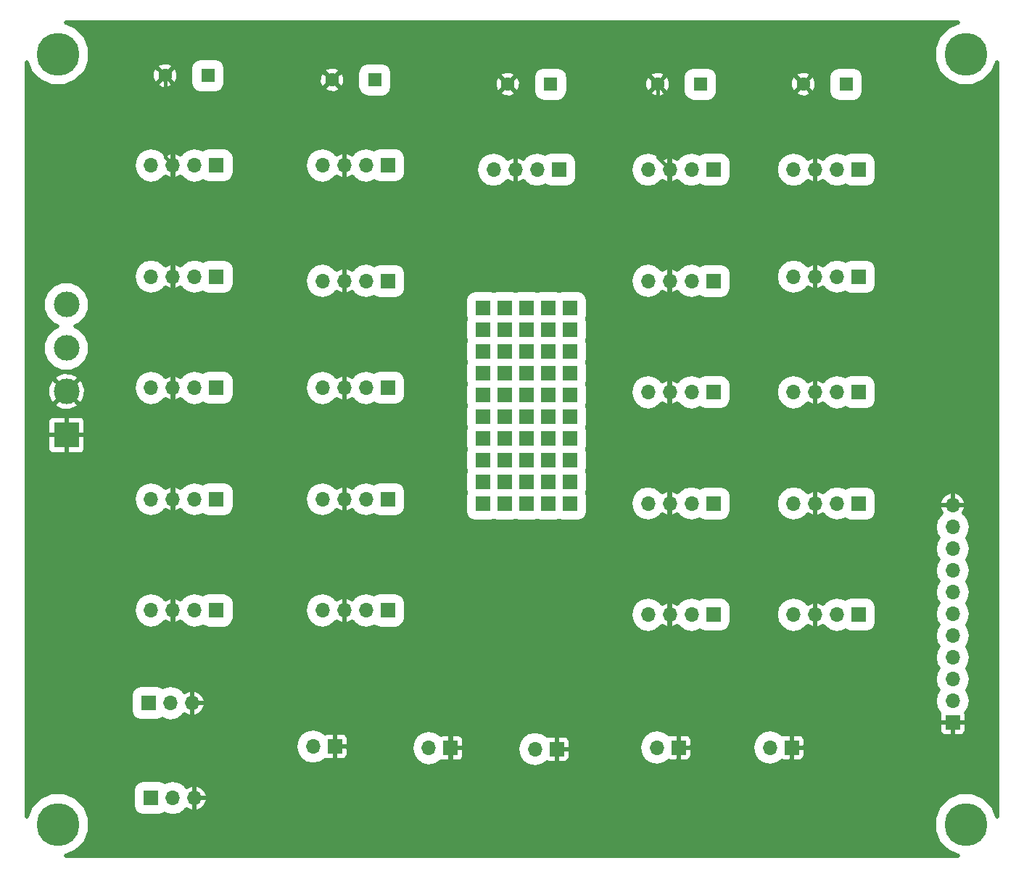
<source format=gbr>
G04 #@! TF.FileFunction,Copper,L2,Bot,Signal*
%FSLAX46Y46*%
G04 Gerber Fmt 4.6, Leading zero omitted, Abs format (unit mm)*
G04 Created by KiCad (PCBNEW 4.0.7) date Wed Jun 20 13:02:34 2018*
%MOMM*%
%LPD*%
G01*
G04 APERTURE LIST*
%ADD10C,0.100000*%
%ADD11R,1.700000X1.700000*%
%ADD12O,1.700000X1.700000*%
%ADD13R,1.600000X1.600000*%
%ADD14C,1.600000*%
%ADD15C,5.000000*%
%ADD16C,3.000000*%
%ADD17R,3.000000X3.000000*%
%ADD18C,0.600000*%
%ADD19C,0.381000*%
%ADD20C,0.500000*%
G04 APERTURE END LIST*
D10*
D11*
X104640000Y-66200000D03*
X107180000Y-66200000D03*
X107180000Y-63660000D03*
X104640000Y-63660000D03*
X109720000Y-63660000D03*
X112260000Y-63660000D03*
X112260000Y-66200000D03*
X109720000Y-66200000D03*
X114800000Y-66200000D03*
X114800000Y-63660000D03*
X104640000Y-76360000D03*
X107180000Y-76360000D03*
X107180000Y-73820000D03*
X104640000Y-73820000D03*
X109720000Y-73820000D03*
X112260000Y-73820000D03*
X112260000Y-76360000D03*
X109720000Y-76360000D03*
X114800000Y-76360000D03*
X114800000Y-73820000D03*
X114800000Y-68740000D03*
X114800000Y-71280000D03*
X109720000Y-71280000D03*
X112260000Y-71280000D03*
X112260000Y-68740000D03*
X109720000Y-68740000D03*
X104640000Y-68740000D03*
X107180000Y-68740000D03*
X107180000Y-71280000D03*
X104640000Y-71280000D03*
X104640000Y-81440000D03*
X107180000Y-81440000D03*
X107180000Y-78900000D03*
X104640000Y-78900000D03*
X109720000Y-78900000D03*
X112260000Y-78900000D03*
X112260000Y-81440000D03*
X109720000Y-81440000D03*
X114800000Y-81440000D03*
X114800000Y-78900000D03*
X114800000Y-83980000D03*
X114800000Y-86520000D03*
X109720000Y-86520000D03*
X112260000Y-86520000D03*
X112260000Y-83980000D03*
X109720000Y-83980000D03*
X104640000Y-83980000D03*
X107180000Y-83980000D03*
X107180000Y-86520000D03*
X104640000Y-86520000D03*
X131500000Y-99500000D03*
D12*
X128960000Y-99500000D03*
X126420000Y-99500000D03*
X123880000Y-99500000D03*
D11*
X73500000Y-47000000D03*
D12*
X70960000Y-47000000D03*
X68420000Y-47000000D03*
X65880000Y-47000000D03*
D11*
X73500000Y-60000000D03*
D12*
X70960000Y-60000000D03*
X68420000Y-60000000D03*
X65880000Y-60000000D03*
D11*
X73500000Y-73000000D03*
D12*
X70960000Y-73000000D03*
X68420000Y-73000000D03*
X65880000Y-73000000D03*
D11*
X73500000Y-86000000D03*
D12*
X70960000Y-86000000D03*
X68420000Y-86000000D03*
X65880000Y-86000000D03*
D11*
X87320500Y-114887500D03*
D12*
X84780500Y-114887500D03*
D11*
X100846000Y-115078000D03*
D12*
X98306000Y-115078000D03*
D11*
X93500000Y-99000000D03*
D12*
X90960000Y-99000000D03*
X88420000Y-99000000D03*
X85880000Y-99000000D03*
D11*
X93500000Y-86000000D03*
D12*
X90960000Y-86000000D03*
X88420000Y-86000000D03*
X85880000Y-86000000D03*
D11*
X93500000Y-73000000D03*
D12*
X90960000Y-73000000D03*
X88420000Y-73000000D03*
X85880000Y-73000000D03*
D11*
X93500000Y-60500000D03*
D12*
X90960000Y-60500000D03*
X88420000Y-60500000D03*
X85880000Y-60500000D03*
D11*
X113500000Y-47500000D03*
D12*
X110960000Y-47500000D03*
X108420000Y-47500000D03*
X105880000Y-47500000D03*
D11*
X113228500Y-115205000D03*
D12*
X110688500Y-115205000D03*
D11*
X131500000Y-47500000D03*
D12*
X128960000Y-47500000D03*
X126420000Y-47500000D03*
X123880000Y-47500000D03*
D11*
X131500000Y-60500000D03*
D12*
X128960000Y-60500000D03*
X126420000Y-60500000D03*
X123880000Y-60500000D03*
D11*
X131500000Y-73500000D03*
D12*
X128960000Y-73500000D03*
X126420000Y-73500000D03*
X123880000Y-73500000D03*
D11*
X131500000Y-86500000D03*
D12*
X128960000Y-86500000D03*
X126420000Y-86500000D03*
X123880000Y-86500000D03*
D11*
X127452500Y-115014500D03*
D12*
X124912500Y-115014500D03*
D11*
X148500000Y-99500000D03*
D12*
X145960000Y-99500000D03*
X143420000Y-99500000D03*
X140880000Y-99500000D03*
D11*
X148500000Y-86500000D03*
D12*
X145960000Y-86500000D03*
X143420000Y-86500000D03*
X140880000Y-86500000D03*
D11*
X148500000Y-73500000D03*
D12*
X145960000Y-73500000D03*
X143420000Y-73500000D03*
X140880000Y-73500000D03*
D11*
X148500000Y-60000000D03*
D12*
X145960000Y-60000000D03*
X143420000Y-60000000D03*
X140880000Y-60000000D03*
D11*
X140660500Y-115014500D03*
D12*
X138120500Y-115014500D03*
D11*
X65602000Y-109816000D03*
D12*
X68142000Y-109816000D03*
X70682000Y-109816000D03*
D11*
X65856000Y-120906000D03*
D12*
X68396000Y-120906000D03*
X70936000Y-120906000D03*
D11*
X159463000Y-112095000D03*
D12*
X159463000Y-109555000D03*
X159463000Y-107015000D03*
X159463000Y-104475000D03*
X159463000Y-101935000D03*
X159463000Y-99395000D03*
X159463000Y-96855000D03*
X159463000Y-94315000D03*
X159463000Y-91775000D03*
X159463000Y-89235000D03*
X159463000Y-86695000D03*
D11*
X73500000Y-99000000D03*
D12*
X70960000Y-99000000D03*
X68420000Y-99000000D03*
X65880000Y-99000000D03*
D11*
X93500000Y-47000000D03*
D12*
X90960000Y-47000000D03*
X88420000Y-47000000D03*
X85880000Y-47000000D03*
D11*
X148500000Y-47500000D03*
D12*
X145960000Y-47500000D03*
X143420000Y-47500000D03*
X140880000Y-47500000D03*
D13*
X72500000Y-36500000D03*
D14*
X67500000Y-36500000D03*
D13*
X92000000Y-37000000D03*
D14*
X87000000Y-37000000D03*
D13*
X112500000Y-37500000D03*
D14*
X107500000Y-37500000D03*
D13*
X130000000Y-37500000D03*
D14*
X125000000Y-37500000D03*
D13*
X147000000Y-37500000D03*
D14*
X142000000Y-37500000D03*
D15*
X161000000Y-34000000D03*
X55000000Y-34000000D03*
X55000000Y-124000000D03*
X161000000Y-124000000D03*
D16*
X56000000Y-73420000D03*
X56000000Y-68340000D03*
D17*
X56000000Y-78500000D03*
D16*
X56000000Y-63260000D03*
D18*
X104910000Y-117237000D03*
X92083000Y-117364000D03*
X146058000Y-116348000D03*
X132469000Y-117110000D03*
X119769000Y-118888000D03*
D19*
X143420000Y-86500000D02*
X143420000Y-73500000D01*
X143420000Y-99500000D02*
X143420000Y-86500000D01*
X126420000Y-86500000D02*
X126420000Y-99500000D01*
X126420000Y-73500000D02*
X126420000Y-86500000D01*
X126420000Y-60500000D02*
X126420000Y-73500000D01*
X126420000Y-47500000D02*
X126420000Y-48702081D01*
X126420000Y-48702081D02*
X126420000Y-60500000D01*
X142000000Y-37500000D02*
X143420000Y-38920000D01*
X143420000Y-38920000D02*
X143420000Y-47500000D01*
X125000000Y-37500000D02*
X125000000Y-46080000D01*
X125000000Y-46080000D02*
X126420000Y-47500000D01*
X108420000Y-47500000D02*
X108420000Y-38420000D01*
X108420000Y-38420000D02*
X107500000Y-37500000D01*
X88420000Y-47000000D02*
X88420000Y-38420000D01*
X88420000Y-38420000D02*
X87000000Y-37000000D01*
X67500000Y-36500000D02*
X67500000Y-46080000D01*
X67500000Y-46080000D02*
X68420000Y-47000000D01*
X88420000Y-60500000D02*
X88420000Y-59297919D01*
X88420000Y-59297919D02*
X88420000Y-47000000D01*
X88420000Y-73000000D02*
X88420000Y-60500000D01*
X88420000Y-73000000D02*
X88420000Y-86000000D01*
X88420000Y-99000000D02*
X88420000Y-86000000D01*
X68420000Y-86000000D02*
X68420000Y-99000000D01*
X68420000Y-73000000D02*
X68420000Y-74202081D01*
X68420000Y-74202081D02*
X68420000Y-86000000D01*
X68420000Y-60000000D02*
X68420000Y-73000000D01*
X68420000Y-47000000D02*
X68420000Y-48202081D01*
X68420000Y-48202081D02*
X68420000Y-60000000D01*
D20*
G36*
X158878571Y-30819051D02*
X157822758Y-31873022D01*
X157250652Y-33250806D01*
X157249350Y-34742649D01*
X157819051Y-36121429D01*
X158873022Y-37177242D01*
X160250806Y-37749348D01*
X161742649Y-37750650D01*
X163121429Y-37180949D01*
X164177242Y-36126978D01*
X164675000Y-34928244D01*
X164675000Y-123074264D01*
X164180949Y-121878571D01*
X163126978Y-120822758D01*
X161749194Y-120250652D01*
X160257351Y-120249350D01*
X158878571Y-120819051D01*
X157822758Y-121873022D01*
X157250652Y-123250806D01*
X157249350Y-124742649D01*
X157819051Y-126121429D01*
X158873022Y-127177242D01*
X160071756Y-127675000D01*
X55925736Y-127675000D01*
X57121429Y-127180949D01*
X58177242Y-126126978D01*
X58749348Y-124749194D01*
X58750650Y-123257351D01*
X58180949Y-121878571D01*
X57126978Y-120822758D01*
X55749194Y-120250652D01*
X54257351Y-120249350D01*
X52878571Y-120819051D01*
X51822758Y-121873022D01*
X51325000Y-123071756D01*
X51325000Y-120056000D01*
X63731512Y-120056000D01*
X63731512Y-121756000D01*
X63818673Y-122219222D01*
X64092437Y-122644663D01*
X64510153Y-122930076D01*
X65006000Y-123030488D01*
X66706000Y-123030488D01*
X67169222Y-122943327D01*
X67427501Y-122777129D01*
X67592365Y-122887288D01*
X68396000Y-123047141D01*
X69199635Y-122887288D01*
X69880924Y-122432065D01*
X70021435Y-122221775D01*
X70564511Y-122470500D01*
X70680503Y-122493572D01*
X70932000Y-122324494D01*
X70932000Y-120910000D01*
X70940000Y-120910000D01*
X70940000Y-122324494D01*
X71191497Y-122493572D01*
X71307489Y-122470500D01*
X71877919Y-122209247D01*
X72304951Y-121749586D01*
X72523572Y-121161497D01*
X72354495Y-120910000D01*
X70940000Y-120910000D01*
X70932000Y-120910000D01*
X70912000Y-120910000D01*
X70912000Y-120902000D01*
X70932000Y-120902000D01*
X70932000Y-119487506D01*
X70940000Y-119487506D01*
X70940000Y-120902000D01*
X72354495Y-120902000D01*
X72523572Y-120650503D01*
X72304951Y-120062414D01*
X71877919Y-119602753D01*
X71307489Y-119341500D01*
X71191497Y-119318428D01*
X70940000Y-119487506D01*
X70932000Y-119487506D01*
X70680503Y-119318428D01*
X70564511Y-119341500D01*
X70021435Y-119590225D01*
X69880924Y-119379935D01*
X69199635Y-118924712D01*
X68396000Y-118764859D01*
X67592365Y-118924712D01*
X67426586Y-119035482D01*
X67201847Y-118881924D01*
X66706000Y-118781512D01*
X65006000Y-118781512D01*
X64542778Y-118868673D01*
X64117337Y-119142437D01*
X63831924Y-119560153D01*
X63731512Y-120056000D01*
X51325000Y-120056000D01*
X51325000Y-114846359D01*
X82680500Y-114846359D01*
X82680500Y-114928641D01*
X82840353Y-115732276D01*
X83295576Y-116413565D01*
X83976865Y-116868788D01*
X84780500Y-117028641D01*
X85584135Y-116868788D01*
X86210506Y-116450260D01*
X86319725Y-116495500D01*
X87127000Y-116495500D01*
X87316500Y-116306000D01*
X87316500Y-114891500D01*
X87324500Y-114891500D01*
X87324500Y-116306000D01*
X87514000Y-116495500D01*
X88321275Y-116495500D01*
X88599872Y-116380102D01*
X88813101Y-116166873D01*
X88928500Y-115888276D01*
X88928500Y-115081000D01*
X88884359Y-115036859D01*
X96206000Y-115036859D01*
X96206000Y-115119141D01*
X96365853Y-115922776D01*
X96821076Y-116604065D01*
X97502365Y-117059288D01*
X98306000Y-117219141D01*
X99109635Y-117059288D01*
X99736006Y-116640760D01*
X99845225Y-116686000D01*
X100652500Y-116686000D01*
X100842000Y-116496500D01*
X100842000Y-115082000D01*
X100850000Y-115082000D01*
X100850000Y-116496500D01*
X101039500Y-116686000D01*
X101846775Y-116686000D01*
X102125372Y-116570602D01*
X102338601Y-116357373D01*
X102454000Y-116078776D01*
X102454000Y-115271500D01*
X102346359Y-115163859D01*
X108588500Y-115163859D01*
X108588500Y-115246141D01*
X108748353Y-116049776D01*
X109203576Y-116731065D01*
X109884865Y-117186288D01*
X110688500Y-117346141D01*
X111492135Y-117186288D01*
X112118506Y-116767760D01*
X112227725Y-116813000D01*
X113035000Y-116813000D01*
X113224500Y-116623500D01*
X113224500Y-115209000D01*
X113232500Y-115209000D01*
X113232500Y-116623500D01*
X113422000Y-116813000D01*
X114229275Y-116813000D01*
X114507872Y-116697602D01*
X114721101Y-116484373D01*
X114836500Y-116205776D01*
X114836500Y-115398500D01*
X114647000Y-115209000D01*
X113232500Y-115209000D01*
X113224500Y-115209000D01*
X113204500Y-115209000D01*
X113204500Y-115201000D01*
X113224500Y-115201000D01*
X113224500Y-113786500D01*
X113232500Y-113786500D01*
X113232500Y-115201000D01*
X114647000Y-115201000D01*
X114836500Y-115011500D01*
X114836500Y-114973359D01*
X122812500Y-114973359D01*
X122812500Y-115055641D01*
X122972353Y-115859276D01*
X123427576Y-116540565D01*
X124108865Y-116995788D01*
X124912500Y-117155641D01*
X125716135Y-116995788D01*
X126342506Y-116577260D01*
X126451725Y-116622500D01*
X127259000Y-116622500D01*
X127448500Y-116433000D01*
X127448500Y-115018500D01*
X127456500Y-115018500D01*
X127456500Y-116433000D01*
X127646000Y-116622500D01*
X128453275Y-116622500D01*
X128731872Y-116507102D01*
X128945101Y-116293873D01*
X129060500Y-116015276D01*
X129060500Y-115208000D01*
X128871000Y-115018500D01*
X127456500Y-115018500D01*
X127448500Y-115018500D01*
X127428500Y-115018500D01*
X127428500Y-115010500D01*
X127448500Y-115010500D01*
X127448500Y-113596000D01*
X127456500Y-113596000D01*
X127456500Y-115010500D01*
X128871000Y-115010500D01*
X128908141Y-114973359D01*
X136020500Y-114973359D01*
X136020500Y-115055641D01*
X136180353Y-115859276D01*
X136635576Y-116540565D01*
X137316865Y-116995788D01*
X138120500Y-117155641D01*
X138924135Y-116995788D01*
X139550506Y-116577260D01*
X139659725Y-116622500D01*
X140467000Y-116622500D01*
X140656500Y-116433000D01*
X140656500Y-115018500D01*
X140664500Y-115018500D01*
X140664500Y-116433000D01*
X140854000Y-116622500D01*
X141661275Y-116622500D01*
X141939872Y-116507102D01*
X142153101Y-116293873D01*
X142268500Y-116015276D01*
X142268500Y-115208000D01*
X142079000Y-115018500D01*
X140664500Y-115018500D01*
X140656500Y-115018500D01*
X140636500Y-115018500D01*
X140636500Y-115010500D01*
X140656500Y-115010500D01*
X140656500Y-113596000D01*
X140664500Y-113596000D01*
X140664500Y-115010500D01*
X142079000Y-115010500D01*
X142268500Y-114821000D01*
X142268500Y-114013724D01*
X142153101Y-113735127D01*
X141939872Y-113521898D01*
X141661275Y-113406500D01*
X140854000Y-113406500D01*
X140664500Y-113596000D01*
X140656500Y-113596000D01*
X140467000Y-113406500D01*
X139659725Y-113406500D01*
X139550506Y-113451740D01*
X138924135Y-113033212D01*
X138120500Y-112873359D01*
X137316865Y-113033212D01*
X136635576Y-113488435D01*
X136180353Y-114169724D01*
X136020500Y-114973359D01*
X128908141Y-114973359D01*
X129060500Y-114821000D01*
X129060500Y-114013724D01*
X128945101Y-113735127D01*
X128731872Y-113521898D01*
X128453275Y-113406500D01*
X127646000Y-113406500D01*
X127456500Y-113596000D01*
X127448500Y-113596000D01*
X127259000Y-113406500D01*
X126451725Y-113406500D01*
X126342506Y-113451740D01*
X125716135Y-113033212D01*
X124912500Y-112873359D01*
X124108865Y-113033212D01*
X123427576Y-113488435D01*
X122972353Y-114169724D01*
X122812500Y-114973359D01*
X114836500Y-114973359D01*
X114836500Y-114204224D01*
X114721101Y-113925627D01*
X114507872Y-113712398D01*
X114229275Y-113597000D01*
X113422000Y-113597000D01*
X113232500Y-113786500D01*
X113224500Y-113786500D01*
X113035000Y-113597000D01*
X112227725Y-113597000D01*
X112118506Y-113642240D01*
X111492135Y-113223712D01*
X110688500Y-113063859D01*
X109884865Y-113223712D01*
X109203576Y-113678935D01*
X108748353Y-114360224D01*
X108588500Y-115163859D01*
X102346359Y-115163859D01*
X102264500Y-115082000D01*
X100850000Y-115082000D01*
X100842000Y-115082000D01*
X100822000Y-115082000D01*
X100822000Y-115074000D01*
X100842000Y-115074000D01*
X100842000Y-113659500D01*
X100850000Y-113659500D01*
X100850000Y-115074000D01*
X102264500Y-115074000D01*
X102454000Y-114884500D01*
X102454000Y-114077224D01*
X102338601Y-113798627D01*
X102125372Y-113585398D01*
X101846775Y-113470000D01*
X101039500Y-113470000D01*
X100850000Y-113659500D01*
X100842000Y-113659500D01*
X100652500Y-113470000D01*
X99845225Y-113470000D01*
X99736006Y-113515240D01*
X99109635Y-113096712D01*
X98306000Y-112936859D01*
X97502365Y-113096712D01*
X96821076Y-113551935D01*
X96365853Y-114233224D01*
X96206000Y-115036859D01*
X88884359Y-115036859D01*
X88739000Y-114891500D01*
X87324500Y-114891500D01*
X87316500Y-114891500D01*
X87296500Y-114891500D01*
X87296500Y-114883500D01*
X87316500Y-114883500D01*
X87316500Y-113469000D01*
X87324500Y-113469000D01*
X87324500Y-114883500D01*
X88739000Y-114883500D01*
X88928500Y-114694000D01*
X88928500Y-113886724D01*
X88813101Y-113608127D01*
X88599872Y-113394898D01*
X88321275Y-113279500D01*
X87514000Y-113279500D01*
X87324500Y-113469000D01*
X87316500Y-113469000D01*
X87127000Y-113279500D01*
X86319725Y-113279500D01*
X86210506Y-113324740D01*
X85584135Y-112906212D01*
X84780500Y-112746359D01*
X83976865Y-112906212D01*
X83295576Y-113361435D01*
X82840353Y-114042724D01*
X82680500Y-114846359D01*
X51325000Y-114846359D01*
X51325000Y-112288500D01*
X157855000Y-112288500D01*
X157855000Y-113095775D01*
X157970398Y-113374372D01*
X158183627Y-113587601D01*
X158462224Y-113703000D01*
X159269500Y-113703000D01*
X159459000Y-113513500D01*
X159459000Y-112099000D01*
X159467000Y-112099000D01*
X159467000Y-113513500D01*
X159656500Y-113703000D01*
X160463776Y-113703000D01*
X160742373Y-113587601D01*
X160955602Y-113374372D01*
X161071000Y-113095775D01*
X161071000Y-112288500D01*
X160881500Y-112099000D01*
X159467000Y-112099000D01*
X159459000Y-112099000D01*
X158044500Y-112099000D01*
X157855000Y-112288500D01*
X51325000Y-112288500D01*
X51325000Y-108966000D01*
X63477512Y-108966000D01*
X63477512Y-110666000D01*
X63564673Y-111129222D01*
X63838437Y-111554663D01*
X64256153Y-111840076D01*
X64752000Y-111940488D01*
X66452000Y-111940488D01*
X66915222Y-111853327D01*
X67173501Y-111687129D01*
X67338365Y-111797288D01*
X68142000Y-111957141D01*
X68945635Y-111797288D01*
X69626924Y-111342065D01*
X69767435Y-111131775D01*
X70310511Y-111380500D01*
X70426503Y-111403572D01*
X70678000Y-111234494D01*
X70678000Y-109820000D01*
X70686000Y-109820000D01*
X70686000Y-111234494D01*
X70937497Y-111403572D01*
X71053489Y-111380500D01*
X71623919Y-111119247D01*
X72050951Y-110659586D01*
X72269572Y-110071497D01*
X72100495Y-109820000D01*
X70686000Y-109820000D01*
X70678000Y-109820000D01*
X70658000Y-109820000D01*
X70658000Y-109812000D01*
X70678000Y-109812000D01*
X70678000Y-108397506D01*
X70686000Y-108397506D01*
X70686000Y-109812000D01*
X72100495Y-109812000D01*
X72269572Y-109560503D01*
X72050951Y-108972414D01*
X71623919Y-108512753D01*
X71053489Y-108251500D01*
X70937497Y-108228428D01*
X70686000Y-108397506D01*
X70678000Y-108397506D01*
X70426503Y-108228428D01*
X70310511Y-108251500D01*
X69767435Y-108500225D01*
X69626924Y-108289935D01*
X68945635Y-107834712D01*
X68142000Y-107674859D01*
X67338365Y-107834712D01*
X67172586Y-107945482D01*
X66947847Y-107791924D01*
X66452000Y-107691512D01*
X64752000Y-107691512D01*
X64288778Y-107778673D01*
X63863337Y-108052437D01*
X63577924Y-108470153D01*
X63477512Y-108966000D01*
X51325000Y-108966000D01*
X51325000Y-98958859D01*
X63780000Y-98958859D01*
X63780000Y-99041141D01*
X63939853Y-99844776D01*
X64395076Y-100526065D01*
X65076365Y-100981288D01*
X65880000Y-101141141D01*
X66683635Y-100981288D01*
X67364924Y-100526065D01*
X67505435Y-100315775D01*
X68048511Y-100564500D01*
X68164503Y-100587572D01*
X68416000Y-100418494D01*
X68416000Y-99004000D01*
X68396000Y-99004000D01*
X68396000Y-98996000D01*
X68416000Y-98996000D01*
X68416000Y-97581506D01*
X68424000Y-97581506D01*
X68424000Y-98996000D01*
X68444000Y-98996000D01*
X68444000Y-99004000D01*
X68424000Y-99004000D01*
X68424000Y-100418494D01*
X68675497Y-100587572D01*
X68791489Y-100564500D01*
X69334565Y-100315775D01*
X69475076Y-100526065D01*
X70156365Y-100981288D01*
X70960000Y-101141141D01*
X71763635Y-100981288D01*
X71929414Y-100870518D01*
X72154153Y-101024076D01*
X72650000Y-101124488D01*
X74350000Y-101124488D01*
X74813222Y-101037327D01*
X75238663Y-100763563D01*
X75524076Y-100345847D01*
X75624488Y-99850000D01*
X75624488Y-98958859D01*
X83780000Y-98958859D01*
X83780000Y-99041141D01*
X83939853Y-99844776D01*
X84395076Y-100526065D01*
X85076365Y-100981288D01*
X85880000Y-101141141D01*
X86683635Y-100981288D01*
X87364924Y-100526065D01*
X87505435Y-100315775D01*
X88048511Y-100564500D01*
X88164503Y-100587572D01*
X88416000Y-100418494D01*
X88416000Y-99004000D01*
X88396000Y-99004000D01*
X88396000Y-98996000D01*
X88416000Y-98996000D01*
X88416000Y-97581506D01*
X88424000Y-97581506D01*
X88424000Y-98996000D01*
X88444000Y-98996000D01*
X88444000Y-99004000D01*
X88424000Y-99004000D01*
X88424000Y-100418494D01*
X88675497Y-100587572D01*
X88791489Y-100564500D01*
X89334565Y-100315775D01*
X89475076Y-100526065D01*
X90156365Y-100981288D01*
X90960000Y-101141141D01*
X91763635Y-100981288D01*
X91929414Y-100870518D01*
X92154153Y-101024076D01*
X92650000Y-101124488D01*
X94350000Y-101124488D01*
X94813222Y-101037327D01*
X95238663Y-100763563D01*
X95524076Y-100345847D01*
X95624488Y-99850000D01*
X95624488Y-99458859D01*
X121780000Y-99458859D01*
X121780000Y-99541141D01*
X121939853Y-100344776D01*
X122395076Y-101026065D01*
X123076365Y-101481288D01*
X123880000Y-101641141D01*
X124683635Y-101481288D01*
X125364924Y-101026065D01*
X125505435Y-100815775D01*
X126048511Y-101064500D01*
X126164503Y-101087572D01*
X126416000Y-100918494D01*
X126416000Y-99504000D01*
X126396000Y-99504000D01*
X126396000Y-99496000D01*
X126416000Y-99496000D01*
X126416000Y-98081506D01*
X126424000Y-98081506D01*
X126424000Y-99496000D01*
X126444000Y-99496000D01*
X126444000Y-99504000D01*
X126424000Y-99504000D01*
X126424000Y-100918494D01*
X126675497Y-101087572D01*
X126791489Y-101064500D01*
X127334565Y-100815775D01*
X127475076Y-101026065D01*
X128156365Y-101481288D01*
X128960000Y-101641141D01*
X129763635Y-101481288D01*
X129929414Y-101370518D01*
X130154153Y-101524076D01*
X130650000Y-101624488D01*
X132350000Y-101624488D01*
X132813222Y-101537327D01*
X133238663Y-101263563D01*
X133524076Y-100845847D01*
X133624488Y-100350000D01*
X133624488Y-99458859D01*
X138780000Y-99458859D01*
X138780000Y-99541141D01*
X138939853Y-100344776D01*
X139395076Y-101026065D01*
X140076365Y-101481288D01*
X140880000Y-101641141D01*
X141683635Y-101481288D01*
X142364924Y-101026065D01*
X142505435Y-100815775D01*
X143048511Y-101064500D01*
X143164503Y-101087572D01*
X143416000Y-100918494D01*
X143416000Y-99504000D01*
X143396000Y-99504000D01*
X143396000Y-99496000D01*
X143416000Y-99496000D01*
X143416000Y-98081506D01*
X143424000Y-98081506D01*
X143424000Y-99496000D01*
X143444000Y-99496000D01*
X143444000Y-99504000D01*
X143424000Y-99504000D01*
X143424000Y-100918494D01*
X143675497Y-101087572D01*
X143791489Y-101064500D01*
X144334565Y-100815775D01*
X144475076Y-101026065D01*
X145156365Y-101481288D01*
X145960000Y-101641141D01*
X146763635Y-101481288D01*
X146929414Y-101370518D01*
X147154153Y-101524076D01*
X147650000Y-101624488D01*
X149350000Y-101624488D01*
X149813222Y-101537327D01*
X150238663Y-101263563D01*
X150524076Y-100845847D01*
X150624488Y-100350000D01*
X150624488Y-98650000D01*
X150537327Y-98186778D01*
X150263563Y-97761337D01*
X149845847Y-97475924D01*
X149350000Y-97375512D01*
X147650000Y-97375512D01*
X147186778Y-97462673D01*
X146928499Y-97628871D01*
X146763635Y-97518712D01*
X145960000Y-97358859D01*
X145156365Y-97518712D01*
X144475076Y-97973935D01*
X144334565Y-98184225D01*
X143791489Y-97935500D01*
X143675497Y-97912428D01*
X143424000Y-98081506D01*
X143416000Y-98081506D01*
X143164503Y-97912428D01*
X143048511Y-97935500D01*
X142505435Y-98184225D01*
X142364924Y-97973935D01*
X141683635Y-97518712D01*
X140880000Y-97358859D01*
X140076365Y-97518712D01*
X139395076Y-97973935D01*
X138939853Y-98655224D01*
X138780000Y-99458859D01*
X133624488Y-99458859D01*
X133624488Y-98650000D01*
X133537327Y-98186778D01*
X133263563Y-97761337D01*
X132845847Y-97475924D01*
X132350000Y-97375512D01*
X130650000Y-97375512D01*
X130186778Y-97462673D01*
X129928499Y-97628871D01*
X129763635Y-97518712D01*
X128960000Y-97358859D01*
X128156365Y-97518712D01*
X127475076Y-97973935D01*
X127334565Y-98184225D01*
X126791489Y-97935500D01*
X126675497Y-97912428D01*
X126424000Y-98081506D01*
X126416000Y-98081506D01*
X126164503Y-97912428D01*
X126048511Y-97935500D01*
X125505435Y-98184225D01*
X125364924Y-97973935D01*
X124683635Y-97518712D01*
X123880000Y-97358859D01*
X123076365Y-97518712D01*
X122395076Y-97973935D01*
X121939853Y-98655224D01*
X121780000Y-99458859D01*
X95624488Y-99458859D01*
X95624488Y-98150000D01*
X95537327Y-97686778D01*
X95263563Y-97261337D01*
X94845847Y-96975924D01*
X94350000Y-96875512D01*
X92650000Y-96875512D01*
X92186778Y-96962673D01*
X91928499Y-97128871D01*
X91763635Y-97018712D01*
X90960000Y-96858859D01*
X90156365Y-97018712D01*
X89475076Y-97473935D01*
X89334565Y-97684225D01*
X88791489Y-97435500D01*
X88675497Y-97412428D01*
X88424000Y-97581506D01*
X88416000Y-97581506D01*
X88164503Y-97412428D01*
X88048511Y-97435500D01*
X87505435Y-97684225D01*
X87364924Y-97473935D01*
X86683635Y-97018712D01*
X85880000Y-96858859D01*
X85076365Y-97018712D01*
X84395076Y-97473935D01*
X83939853Y-98155224D01*
X83780000Y-98958859D01*
X75624488Y-98958859D01*
X75624488Y-98150000D01*
X75537327Y-97686778D01*
X75263563Y-97261337D01*
X74845847Y-96975924D01*
X74350000Y-96875512D01*
X72650000Y-96875512D01*
X72186778Y-96962673D01*
X71928499Y-97128871D01*
X71763635Y-97018712D01*
X70960000Y-96858859D01*
X70156365Y-97018712D01*
X69475076Y-97473935D01*
X69334565Y-97684225D01*
X68791489Y-97435500D01*
X68675497Y-97412428D01*
X68424000Y-97581506D01*
X68416000Y-97581506D01*
X68164503Y-97412428D01*
X68048511Y-97435500D01*
X67505435Y-97684225D01*
X67364924Y-97473935D01*
X66683635Y-97018712D01*
X65880000Y-96858859D01*
X65076365Y-97018712D01*
X64395076Y-97473935D01*
X63939853Y-98155224D01*
X63780000Y-98958859D01*
X51325000Y-98958859D01*
X51325000Y-89235000D01*
X157321859Y-89235000D01*
X157481712Y-90038635D01*
X157793327Y-90505000D01*
X157481712Y-90971365D01*
X157321859Y-91775000D01*
X157481712Y-92578635D01*
X157793327Y-93045000D01*
X157481712Y-93511365D01*
X157321859Y-94315000D01*
X157481712Y-95118635D01*
X157793327Y-95585000D01*
X157481712Y-96051365D01*
X157321859Y-96855000D01*
X157481712Y-97658635D01*
X157793327Y-98125000D01*
X157481712Y-98591365D01*
X157321859Y-99395000D01*
X157481712Y-100198635D01*
X157793327Y-100665000D01*
X157481712Y-101131365D01*
X157321859Y-101935000D01*
X157481712Y-102738635D01*
X157793327Y-103205000D01*
X157481712Y-103671365D01*
X157321859Y-104475000D01*
X157481712Y-105278635D01*
X157793327Y-105745000D01*
X157481712Y-106211365D01*
X157321859Y-107015000D01*
X157481712Y-107818635D01*
X157793327Y-108285000D01*
X157481712Y-108751365D01*
X157321859Y-109555000D01*
X157481712Y-110358635D01*
X157900240Y-110985006D01*
X157855000Y-111094225D01*
X157855000Y-111901500D01*
X158044500Y-112091000D01*
X159459000Y-112091000D01*
X159459000Y-112071000D01*
X159467000Y-112071000D01*
X159467000Y-112091000D01*
X160881500Y-112091000D01*
X161071000Y-111901500D01*
X161071000Y-111094225D01*
X161025760Y-110985006D01*
X161444288Y-110358635D01*
X161604141Y-109555000D01*
X161444288Y-108751365D01*
X161132673Y-108285000D01*
X161444288Y-107818635D01*
X161604141Y-107015000D01*
X161444288Y-106211365D01*
X161132673Y-105745000D01*
X161444288Y-105278635D01*
X161604141Y-104475000D01*
X161444288Y-103671365D01*
X161132673Y-103205000D01*
X161444288Y-102738635D01*
X161604141Y-101935000D01*
X161444288Y-101131365D01*
X161132673Y-100665000D01*
X161444288Y-100198635D01*
X161604141Y-99395000D01*
X161444288Y-98591365D01*
X161132673Y-98125000D01*
X161444288Y-97658635D01*
X161604141Y-96855000D01*
X161444288Y-96051365D01*
X161132673Y-95585000D01*
X161444288Y-95118635D01*
X161604141Y-94315000D01*
X161444288Y-93511365D01*
X161132673Y-93045000D01*
X161444288Y-92578635D01*
X161604141Y-91775000D01*
X161444288Y-90971365D01*
X161132673Y-90505000D01*
X161444288Y-90038635D01*
X161604141Y-89235000D01*
X161444288Y-88431365D01*
X160989065Y-87750076D01*
X160778775Y-87609565D01*
X161027500Y-87066489D01*
X161050572Y-86950497D01*
X160881494Y-86699000D01*
X159467000Y-86699000D01*
X159467000Y-86719000D01*
X159459000Y-86719000D01*
X159459000Y-86699000D01*
X158044506Y-86699000D01*
X157875428Y-86950497D01*
X157898500Y-87066489D01*
X158147225Y-87609565D01*
X157936935Y-87750076D01*
X157481712Y-88431365D01*
X157321859Y-89235000D01*
X51325000Y-89235000D01*
X51325000Y-85958859D01*
X63780000Y-85958859D01*
X63780000Y-86041141D01*
X63939853Y-86844776D01*
X64395076Y-87526065D01*
X65076365Y-87981288D01*
X65880000Y-88141141D01*
X66683635Y-87981288D01*
X67364924Y-87526065D01*
X67505435Y-87315775D01*
X68048511Y-87564500D01*
X68164503Y-87587572D01*
X68416000Y-87418494D01*
X68416000Y-86004000D01*
X68396000Y-86004000D01*
X68396000Y-85996000D01*
X68416000Y-85996000D01*
X68416000Y-84581506D01*
X68424000Y-84581506D01*
X68424000Y-85996000D01*
X68444000Y-85996000D01*
X68444000Y-86004000D01*
X68424000Y-86004000D01*
X68424000Y-87418494D01*
X68675497Y-87587572D01*
X68791489Y-87564500D01*
X69334565Y-87315775D01*
X69475076Y-87526065D01*
X70156365Y-87981288D01*
X70960000Y-88141141D01*
X71763635Y-87981288D01*
X71929414Y-87870518D01*
X72154153Y-88024076D01*
X72650000Y-88124488D01*
X74350000Y-88124488D01*
X74813222Y-88037327D01*
X75238663Y-87763563D01*
X75524076Y-87345847D01*
X75624488Y-86850000D01*
X75624488Y-85958859D01*
X83780000Y-85958859D01*
X83780000Y-86041141D01*
X83939853Y-86844776D01*
X84395076Y-87526065D01*
X85076365Y-87981288D01*
X85880000Y-88141141D01*
X86683635Y-87981288D01*
X87364924Y-87526065D01*
X87505435Y-87315775D01*
X88048511Y-87564500D01*
X88164503Y-87587572D01*
X88416000Y-87418494D01*
X88416000Y-86004000D01*
X88396000Y-86004000D01*
X88396000Y-85996000D01*
X88416000Y-85996000D01*
X88416000Y-84581506D01*
X88424000Y-84581506D01*
X88424000Y-85996000D01*
X88444000Y-85996000D01*
X88444000Y-86004000D01*
X88424000Y-86004000D01*
X88424000Y-87418494D01*
X88675497Y-87587572D01*
X88791489Y-87564500D01*
X89334565Y-87315775D01*
X89475076Y-87526065D01*
X90156365Y-87981288D01*
X90960000Y-88141141D01*
X91763635Y-87981288D01*
X91929414Y-87870518D01*
X92154153Y-88024076D01*
X92650000Y-88124488D01*
X94350000Y-88124488D01*
X94813222Y-88037327D01*
X95238663Y-87763563D01*
X95524076Y-87345847D01*
X95624488Y-86850000D01*
X95624488Y-85150000D01*
X95537327Y-84686778D01*
X95263563Y-84261337D01*
X94845847Y-83975924D01*
X94350000Y-83875512D01*
X92650000Y-83875512D01*
X92186778Y-83962673D01*
X91928499Y-84128871D01*
X91763635Y-84018712D01*
X90960000Y-83858859D01*
X90156365Y-84018712D01*
X89475076Y-84473935D01*
X89334565Y-84684225D01*
X88791489Y-84435500D01*
X88675497Y-84412428D01*
X88424000Y-84581506D01*
X88416000Y-84581506D01*
X88164503Y-84412428D01*
X88048511Y-84435500D01*
X87505435Y-84684225D01*
X87364924Y-84473935D01*
X86683635Y-84018712D01*
X85880000Y-83858859D01*
X85076365Y-84018712D01*
X84395076Y-84473935D01*
X83939853Y-85155224D01*
X83780000Y-85958859D01*
X75624488Y-85958859D01*
X75624488Y-85150000D01*
X75537327Y-84686778D01*
X75263563Y-84261337D01*
X74845847Y-83975924D01*
X74350000Y-83875512D01*
X72650000Y-83875512D01*
X72186778Y-83962673D01*
X71928499Y-84128871D01*
X71763635Y-84018712D01*
X70960000Y-83858859D01*
X70156365Y-84018712D01*
X69475076Y-84473935D01*
X69334565Y-84684225D01*
X68791489Y-84435500D01*
X68675497Y-84412428D01*
X68424000Y-84581506D01*
X68416000Y-84581506D01*
X68164503Y-84412428D01*
X68048511Y-84435500D01*
X67505435Y-84684225D01*
X67364924Y-84473935D01*
X66683635Y-84018712D01*
X65880000Y-83858859D01*
X65076365Y-84018712D01*
X64395076Y-84473935D01*
X63939853Y-85155224D01*
X63780000Y-85958859D01*
X51325000Y-85958859D01*
X51325000Y-78693500D01*
X53742000Y-78693500D01*
X53742000Y-80150776D01*
X53857399Y-80429373D01*
X54070628Y-80642602D01*
X54349225Y-80758000D01*
X55806500Y-80758000D01*
X55996000Y-80568500D01*
X55996000Y-78504000D01*
X56004000Y-78504000D01*
X56004000Y-80568500D01*
X56193500Y-80758000D01*
X57650775Y-80758000D01*
X57929372Y-80642602D01*
X58142601Y-80429373D01*
X58258000Y-80150776D01*
X58258000Y-78693500D01*
X58068500Y-78504000D01*
X56004000Y-78504000D01*
X55996000Y-78504000D01*
X53931500Y-78504000D01*
X53742000Y-78693500D01*
X51325000Y-78693500D01*
X51325000Y-76849224D01*
X53742000Y-76849224D01*
X53742000Y-78306500D01*
X53931500Y-78496000D01*
X55996000Y-78496000D01*
X55996000Y-76431500D01*
X56004000Y-76431500D01*
X56004000Y-78496000D01*
X58068500Y-78496000D01*
X58258000Y-78306500D01*
X58258000Y-76849224D01*
X58142601Y-76570627D01*
X57929372Y-76357398D01*
X57650775Y-76242000D01*
X56193500Y-76242000D01*
X56004000Y-76431500D01*
X55996000Y-76431500D01*
X55806500Y-76242000D01*
X54349225Y-76242000D01*
X54070628Y-76357398D01*
X53857399Y-76570627D01*
X53742000Y-76849224D01*
X51325000Y-76849224D01*
X51325000Y-74916756D01*
X54508901Y-74916756D01*
X54650016Y-75284897D01*
X55466443Y-75659556D01*
X56364099Y-75693263D01*
X57206324Y-75380886D01*
X57349984Y-75284897D01*
X57491099Y-74916756D01*
X56000000Y-73425657D01*
X54508901Y-74916756D01*
X51325000Y-74916756D01*
X51325000Y-73784099D01*
X53726737Y-73784099D01*
X54039114Y-74626324D01*
X54135103Y-74769984D01*
X54503244Y-74911099D01*
X55994343Y-73420000D01*
X56005657Y-73420000D01*
X57496756Y-74911099D01*
X57864897Y-74769984D01*
X58239556Y-73953557D01*
X58273263Y-73055901D01*
X58237271Y-72958859D01*
X63780000Y-72958859D01*
X63780000Y-73041141D01*
X63939853Y-73844776D01*
X64395076Y-74526065D01*
X65076365Y-74981288D01*
X65880000Y-75141141D01*
X66683635Y-74981288D01*
X67364924Y-74526065D01*
X67505435Y-74315775D01*
X68048511Y-74564500D01*
X68164503Y-74587572D01*
X68416000Y-74418494D01*
X68416000Y-73004000D01*
X68396000Y-73004000D01*
X68396000Y-72996000D01*
X68416000Y-72996000D01*
X68416000Y-71581506D01*
X68424000Y-71581506D01*
X68424000Y-72996000D01*
X68444000Y-72996000D01*
X68444000Y-73004000D01*
X68424000Y-73004000D01*
X68424000Y-74418494D01*
X68675497Y-74587572D01*
X68791489Y-74564500D01*
X69334565Y-74315775D01*
X69475076Y-74526065D01*
X70156365Y-74981288D01*
X70960000Y-75141141D01*
X71763635Y-74981288D01*
X71929414Y-74870518D01*
X72154153Y-75024076D01*
X72650000Y-75124488D01*
X74350000Y-75124488D01*
X74813222Y-75037327D01*
X75238663Y-74763563D01*
X75524076Y-74345847D01*
X75624488Y-73850000D01*
X75624488Y-72958859D01*
X83780000Y-72958859D01*
X83780000Y-73041141D01*
X83939853Y-73844776D01*
X84395076Y-74526065D01*
X85076365Y-74981288D01*
X85880000Y-75141141D01*
X86683635Y-74981288D01*
X87364924Y-74526065D01*
X87505435Y-74315775D01*
X88048511Y-74564500D01*
X88164503Y-74587572D01*
X88416000Y-74418494D01*
X88416000Y-73004000D01*
X88396000Y-73004000D01*
X88396000Y-72996000D01*
X88416000Y-72996000D01*
X88416000Y-71581506D01*
X88424000Y-71581506D01*
X88424000Y-72996000D01*
X88444000Y-72996000D01*
X88444000Y-73004000D01*
X88424000Y-73004000D01*
X88424000Y-74418494D01*
X88675497Y-74587572D01*
X88791489Y-74564500D01*
X89334565Y-74315775D01*
X89475076Y-74526065D01*
X90156365Y-74981288D01*
X90960000Y-75141141D01*
X91763635Y-74981288D01*
X91929414Y-74870518D01*
X92154153Y-75024076D01*
X92650000Y-75124488D01*
X94350000Y-75124488D01*
X94813222Y-75037327D01*
X95238663Y-74763563D01*
X95524076Y-74345847D01*
X95624488Y-73850000D01*
X95624488Y-72150000D01*
X95537327Y-71686778D01*
X95263563Y-71261337D01*
X94845847Y-70975924D01*
X94350000Y-70875512D01*
X92650000Y-70875512D01*
X92186778Y-70962673D01*
X91928499Y-71128871D01*
X91763635Y-71018712D01*
X90960000Y-70858859D01*
X90156365Y-71018712D01*
X89475076Y-71473935D01*
X89334565Y-71684225D01*
X88791489Y-71435500D01*
X88675497Y-71412428D01*
X88424000Y-71581506D01*
X88416000Y-71581506D01*
X88164503Y-71412428D01*
X88048511Y-71435500D01*
X87505435Y-71684225D01*
X87364924Y-71473935D01*
X86683635Y-71018712D01*
X85880000Y-70858859D01*
X85076365Y-71018712D01*
X84395076Y-71473935D01*
X83939853Y-72155224D01*
X83780000Y-72958859D01*
X75624488Y-72958859D01*
X75624488Y-72150000D01*
X75537327Y-71686778D01*
X75263563Y-71261337D01*
X74845847Y-70975924D01*
X74350000Y-70875512D01*
X72650000Y-70875512D01*
X72186778Y-70962673D01*
X71928499Y-71128871D01*
X71763635Y-71018712D01*
X70960000Y-70858859D01*
X70156365Y-71018712D01*
X69475076Y-71473935D01*
X69334565Y-71684225D01*
X68791489Y-71435500D01*
X68675497Y-71412428D01*
X68424000Y-71581506D01*
X68416000Y-71581506D01*
X68164503Y-71412428D01*
X68048511Y-71435500D01*
X67505435Y-71684225D01*
X67364924Y-71473935D01*
X66683635Y-71018712D01*
X65880000Y-70858859D01*
X65076365Y-71018712D01*
X64395076Y-71473935D01*
X63939853Y-72155224D01*
X63780000Y-72958859D01*
X58237271Y-72958859D01*
X57960886Y-72213676D01*
X57864897Y-72070016D01*
X57496756Y-71928901D01*
X56005657Y-73420000D01*
X55994343Y-73420000D01*
X54503244Y-71928901D01*
X54135103Y-72070016D01*
X53760444Y-72886443D01*
X53726737Y-73784099D01*
X51325000Y-73784099D01*
X51325000Y-71923244D01*
X54508901Y-71923244D01*
X56000000Y-73414343D01*
X57491099Y-71923244D01*
X57349984Y-71555103D01*
X56533557Y-71180444D01*
X55635901Y-71146737D01*
X54793676Y-71459114D01*
X54650016Y-71555103D01*
X54508901Y-71923244D01*
X51325000Y-71923244D01*
X51325000Y-63804609D01*
X53249523Y-63804609D01*
X53667304Y-64815715D01*
X54440216Y-65589977D01*
X54946003Y-65799998D01*
X54444285Y-66007304D01*
X53670023Y-66780216D01*
X53250478Y-67790591D01*
X53249523Y-68884609D01*
X53667304Y-69895715D01*
X54440216Y-70669977D01*
X55450591Y-71089522D01*
X56544609Y-71090477D01*
X57555715Y-70672696D01*
X58329977Y-69899784D01*
X58749522Y-68889409D01*
X58750477Y-67795391D01*
X58332696Y-66784285D01*
X57559784Y-66010023D01*
X57053997Y-65800002D01*
X57555715Y-65592696D01*
X58329977Y-64819784D01*
X58749522Y-63809409D01*
X58750394Y-62810000D01*
X102515512Y-62810000D01*
X102515512Y-64510000D01*
X102597442Y-64945420D01*
X102515512Y-65350000D01*
X102515512Y-67050000D01*
X102597442Y-67485420D01*
X102515512Y-67890000D01*
X102515512Y-69590000D01*
X102597442Y-70025420D01*
X102515512Y-70430000D01*
X102515512Y-72130000D01*
X102597442Y-72565420D01*
X102515512Y-72970000D01*
X102515512Y-74670000D01*
X102597442Y-75105420D01*
X102515512Y-75510000D01*
X102515512Y-77210000D01*
X102597442Y-77645420D01*
X102515512Y-78050000D01*
X102515512Y-79750000D01*
X102597442Y-80185420D01*
X102515512Y-80590000D01*
X102515512Y-82290000D01*
X102597442Y-82725420D01*
X102515512Y-83130000D01*
X102515512Y-84830000D01*
X102597442Y-85265420D01*
X102515512Y-85670000D01*
X102515512Y-87370000D01*
X102602673Y-87833222D01*
X102876437Y-88258663D01*
X103294153Y-88544076D01*
X103790000Y-88644488D01*
X105490000Y-88644488D01*
X105925420Y-88562558D01*
X106330000Y-88644488D01*
X108030000Y-88644488D01*
X108465420Y-88562558D01*
X108870000Y-88644488D01*
X110570000Y-88644488D01*
X111005420Y-88562558D01*
X111410000Y-88644488D01*
X113110000Y-88644488D01*
X113545420Y-88562558D01*
X113950000Y-88644488D01*
X115650000Y-88644488D01*
X116113222Y-88557327D01*
X116538663Y-88283563D01*
X116824076Y-87865847D01*
X116924488Y-87370000D01*
X116924488Y-86458859D01*
X121780000Y-86458859D01*
X121780000Y-86541141D01*
X121939853Y-87344776D01*
X122395076Y-88026065D01*
X123076365Y-88481288D01*
X123880000Y-88641141D01*
X124683635Y-88481288D01*
X125364924Y-88026065D01*
X125505435Y-87815775D01*
X126048511Y-88064500D01*
X126164503Y-88087572D01*
X126416000Y-87918494D01*
X126416000Y-86504000D01*
X126396000Y-86504000D01*
X126396000Y-86496000D01*
X126416000Y-86496000D01*
X126416000Y-85081506D01*
X126424000Y-85081506D01*
X126424000Y-86496000D01*
X126444000Y-86496000D01*
X126444000Y-86504000D01*
X126424000Y-86504000D01*
X126424000Y-87918494D01*
X126675497Y-88087572D01*
X126791489Y-88064500D01*
X127334565Y-87815775D01*
X127475076Y-88026065D01*
X128156365Y-88481288D01*
X128960000Y-88641141D01*
X129763635Y-88481288D01*
X129929414Y-88370518D01*
X130154153Y-88524076D01*
X130650000Y-88624488D01*
X132350000Y-88624488D01*
X132813222Y-88537327D01*
X133238663Y-88263563D01*
X133524076Y-87845847D01*
X133624488Y-87350000D01*
X133624488Y-86458859D01*
X138780000Y-86458859D01*
X138780000Y-86541141D01*
X138939853Y-87344776D01*
X139395076Y-88026065D01*
X140076365Y-88481288D01*
X140880000Y-88641141D01*
X141683635Y-88481288D01*
X142364924Y-88026065D01*
X142505435Y-87815775D01*
X143048511Y-88064500D01*
X143164503Y-88087572D01*
X143416000Y-87918494D01*
X143416000Y-86504000D01*
X143396000Y-86504000D01*
X143396000Y-86496000D01*
X143416000Y-86496000D01*
X143416000Y-85081506D01*
X143424000Y-85081506D01*
X143424000Y-86496000D01*
X143444000Y-86496000D01*
X143444000Y-86504000D01*
X143424000Y-86504000D01*
X143424000Y-87918494D01*
X143675497Y-88087572D01*
X143791489Y-88064500D01*
X144334565Y-87815775D01*
X144475076Y-88026065D01*
X145156365Y-88481288D01*
X145960000Y-88641141D01*
X146763635Y-88481288D01*
X146929414Y-88370518D01*
X147154153Y-88524076D01*
X147650000Y-88624488D01*
X149350000Y-88624488D01*
X149813222Y-88537327D01*
X150238663Y-88263563D01*
X150524076Y-87845847D01*
X150624488Y-87350000D01*
X150624488Y-86439503D01*
X157875428Y-86439503D01*
X158044506Y-86691000D01*
X159459000Y-86691000D01*
X159459000Y-85276505D01*
X159467000Y-85276505D01*
X159467000Y-86691000D01*
X160881494Y-86691000D01*
X161050572Y-86439503D01*
X161027500Y-86323511D01*
X160766247Y-85753081D01*
X160306586Y-85326049D01*
X159718497Y-85107428D01*
X159467000Y-85276505D01*
X159459000Y-85276505D01*
X159207503Y-85107428D01*
X158619414Y-85326049D01*
X158159753Y-85753081D01*
X157898500Y-86323511D01*
X157875428Y-86439503D01*
X150624488Y-86439503D01*
X150624488Y-85650000D01*
X150537327Y-85186778D01*
X150263563Y-84761337D01*
X149845847Y-84475924D01*
X149350000Y-84375512D01*
X147650000Y-84375512D01*
X147186778Y-84462673D01*
X146928499Y-84628871D01*
X146763635Y-84518712D01*
X145960000Y-84358859D01*
X145156365Y-84518712D01*
X144475076Y-84973935D01*
X144334565Y-85184225D01*
X143791489Y-84935500D01*
X143675497Y-84912428D01*
X143424000Y-85081506D01*
X143416000Y-85081506D01*
X143164503Y-84912428D01*
X143048511Y-84935500D01*
X142505435Y-85184225D01*
X142364924Y-84973935D01*
X141683635Y-84518712D01*
X140880000Y-84358859D01*
X140076365Y-84518712D01*
X139395076Y-84973935D01*
X138939853Y-85655224D01*
X138780000Y-86458859D01*
X133624488Y-86458859D01*
X133624488Y-85650000D01*
X133537327Y-85186778D01*
X133263563Y-84761337D01*
X132845847Y-84475924D01*
X132350000Y-84375512D01*
X130650000Y-84375512D01*
X130186778Y-84462673D01*
X129928499Y-84628871D01*
X129763635Y-84518712D01*
X128960000Y-84358859D01*
X128156365Y-84518712D01*
X127475076Y-84973935D01*
X127334565Y-85184225D01*
X126791489Y-84935500D01*
X126675497Y-84912428D01*
X126424000Y-85081506D01*
X126416000Y-85081506D01*
X126164503Y-84912428D01*
X126048511Y-84935500D01*
X125505435Y-85184225D01*
X125364924Y-84973935D01*
X124683635Y-84518712D01*
X123880000Y-84358859D01*
X123076365Y-84518712D01*
X122395076Y-84973935D01*
X121939853Y-85655224D01*
X121780000Y-86458859D01*
X116924488Y-86458859D01*
X116924488Y-85670000D01*
X116842558Y-85234580D01*
X116924488Y-84830000D01*
X116924488Y-83130000D01*
X116842558Y-82694580D01*
X116924488Y-82290000D01*
X116924488Y-80590000D01*
X116842558Y-80154580D01*
X116924488Y-79750000D01*
X116924488Y-78050000D01*
X116842558Y-77614580D01*
X116924488Y-77210000D01*
X116924488Y-75510000D01*
X116842558Y-75074580D01*
X116924488Y-74670000D01*
X116924488Y-73458859D01*
X121780000Y-73458859D01*
X121780000Y-73541141D01*
X121939853Y-74344776D01*
X122395076Y-75026065D01*
X123076365Y-75481288D01*
X123880000Y-75641141D01*
X124683635Y-75481288D01*
X125364924Y-75026065D01*
X125505435Y-74815775D01*
X126048511Y-75064500D01*
X126164503Y-75087572D01*
X126416000Y-74918494D01*
X126416000Y-73504000D01*
X126396000Y-73504000D01*
X126396000Y-73496000D01*
X126416000Y-73496000D01*
X126416000Y-72081506D01*
X126424000Y-72081506D01*
X126424000Y-73496000D01*
X126444000Y-73496000D01*
X126444000Y-73504000D01*
X126424000Y-73504000D01*
X126424000Y-74918494D01*
X126675497Y-75087572D01*
X126791489Y-75064500D01*
X127334565Y-74815775D01*
X127475076Y-75026065D01*
X128156365Y-75481288D01*
X128960000Y-75641141D01*
X129763635Y-75481288D01*
X129929414Y-75370518D01*
X130154153Y-75524076D01*
X130650000Y-75624488D01*
X132350000Y-75624488D01*
X132813222Y-75537327D01*
X133238663Y-75263563D01*
X133524076Y-74845847D01*
X133624488Y-74350000D01*
X133624488Y-73458859D01*
X138780000Y-73458859D01*
X138780000Y-73541141D01*
X138939853Y-74344776D01*
X139395076Y-75026065D01*
X140076365Y-75481288D01*
X140880000Y-75641141D01*
X141683635Y-75481288D01*
X142364924Y-75026065D01*
X142505435Y-74815775D01*
X143048511Y-75064500D01*
X143164503Y-75087572D01*
X143416000Y-74918494D01*
X143416000Y-73504000D01*
X143396000Y-73504000D01*
X143396000Y-73496000D01*
X143416000Y-73496000D01*
X143416000Y-72081506D01*
X143424000Y-72081506D01*
X143424000Y-73496000D01*
X143444000Y-73496000D01*
X143444000Y-73504000D01*
X143424000Y-73504000D01*
X143424000Y-74918494D01*
X143675497Y-75087572D01*
X143791489Y-75064500D01*
X144334565Y-74815775D01*
X144475076Y-75026065D01*
X145156365Y-75481288D01*
X145960000Y-75641141D01*
X146763635Y-75481288D01*
X146929414Y-75370518D01*
X147154153Y-75524076D01*
X147650000Y-75624488D01*
X149350000Y-75624488D01*
X149813222Y-75537327D01*
X150238663Y-75263563D01*
X150524076Y-74845847D01*
X150624488Y-74350000D01*
X150624488Y-72650000D01*
X150537327Y-72186778D01*
X150263563Y-71761337D01*
X149845847Y-71475924D01*
X149350000Y-71375512D01*
X147650000Y-71375512D01*
X147186778Y-71462673D01*
X146928499Y-71628871D01*
X146763635Y-71518712D01*
X145960000Y-71358859D01*
X145156365Y-71518712D01*
X144475076Y-71973935D01*
X144334565Y-72184225D01*
X143791489Y-71935500D01*
X143675497Y-71912428D01*
X143424000Y-72081506D01*
X143416000Y-72081506D01*
X143164503Y-71912428D01*
X143048511Y-71935500D01*
X142505435Y-72184225D01*
X142364924Y-71973935D01*
X141683635Y-71518712D01*
X140880000Y-71358859D01*
X140076365Y-71518712D01*
X139395076Y-71973935D01*
X138939853Y-72655224D01*
X138780000Y-73458859D01*
X133624488Y-73458859D01*
X133624488Y-72650000D01*
X133537327Y-72186778D01*
X133263563Y-71761337D01*
X132845847Y-71475924D01*
X132350000Y-71375512D01*
X130650000Y-71375512D01*
X130186778Y-71462673D01*
X129928499Y-71628871D01*
X129763635Y-71518712D01*
X128960000Y-71358859D01*
X128156365Y-71518712D01*
X127475076Y-71973935D01*
X127334565Y-72184225D01*
X126791489Y-71935500D01*
X126675497Y-71912428D01*
X126424000Y-72081506D01*
X126416000Y-72081506D01*
X126164503Y-71912428D01*
X126048511Y-71935500D01*
X125505435Y-72184225D01*
X125364924Y-71973935D01*
X124683635Y-71518712D01*
X123880000Y-71358859D01*
X123076365Y-71518712D01*
X122395076Y-71973935D01*
X121939853Y-72655224D01*
X121780000Y-73458859D01*
X116924488Y-73458859D01*
X116924488Y-72970000D01*
X116842558Y-72534580D01*
X116924488Y-72130000D01*
X116924488Y-70430000D01*
X116842558Y-69994580D01*
X116924488Y-69590000D01*
X116924488Y-67890000D01*
X116842558Y-67454580D01*
X116924488Y-67050000D01*
X116924488Y-65350000D01*
X116842558Y-64914580D01*
X116924488Y-64510000D01*
X116924488Y-62810000D01*
X116837327Y-62346778D01*
X116563563Y-61921337D01*
X116145847Y-61635924D01*
X115650000Y-61535512D01*
X113950000Y-61535512D01*
X113514580Y-61617442D01*
X113110000Y-61535512D01*
X111410000Y-61535512D01*
X110974580Y-61617442D01*
X110570000Y-61535512D01*
X108870000Y-61535512D01*
X108434580Y-61617442D01*
X108030000Y-61535512D01*
X106330000Y-61535512D01*
X105894580Y-61617442D01*
X105490000Y-61535512D01*
X103790000Y-61535512D01*
X103326778Y-61622673D01*
X102901337Y-61896437D01*
X102615924Y-62314153D01*
X102515512Y-62810000D01*
X58750394Y-62810000D01*
X58750477Y-62715391D01*
X58332696Y-61704285D01*
X57559784Y-60930023D01*
X56549409Y-60510478D01*
X55455391Y-60509523D01*
X54444285Y-60927304D01*
X53670023Y-61700216D01*
X53250478Y-62710591D01*
X53249523Y-63804609D01*
X51325000Y-63804609D01*
X51325000Y-59958859D01*
X63780000Y-59958859D01*
X63780000Y-60041141D01*
X63939853Y-60844776D01*
X64395076Y-61526065D01*
X65076365Y-61981288D01*
X65880000Y-62141141D01*
X66683635Y-61981288D01*
X67364924Y-61526065D01*
X67505435Y-61315775D01*
X68048511Y-61564500D01*
X68164503Y-61587572D01*
X68416000Y-61418494D01*
X68416000Y-60004000D01*
X68396000Y-60004000D01*
X68396000Y-59996000D01*
X68416000Y-59996000D01*
X68416000Y-58581506D01*
X68424000Y-58581506D01*
X68424000Y-59996000D01*
X68444000Y-59996000D01*
X68444000Y-60004000D01*
X68424000Y-60004000D01*
X68424000Y-61418494D01*
X68675497Y-61587572D01*
X68791489Y-61564500D01*
X69334565Y-61315775D01*
X69475076Y-61526065D01*
X70156365Y-61981288D01*
X70960000Y-62141141D01*
X71763635Y-61981288D01*
X71929414Y-61870518D01*
X72154153Y-62024076D01*
X72650000Y-62124488D01*
X74350000Y-62124488D01*
X74813222Y-62037327D01*
X75238663Y-61763563D01*
X75524076Y-61345847D01*
X75624488Y-60850000D01*
X75624488Y-60458859D01*
X83780000Y-60458859D01*
X83780000Y-60541141D01*
X83939853Y-61344776D01*
X84395076Y-62026065D01*
X85076365Y-62481288D01*
X85880000Y-62641141D01*
X86683635Y-62481288D01*
X87364924Y-62026065D01*
X87505435Y-61815775D01*
X88048511Y-62064500D01*
X88164503Y-62087572D01*
X88416000Y-61918494D01*
X88416000Y-60504000D01*
X88396000Y-60504000D01*
X88396000Y-60496000D01*
X88416000Y-60496000D01*
X88416000Y-59081506D01*
X88424000Y-59081506D01*
X88424000Y-60496000D01*
X88444000Y-60496000D01*
X88444000Y-60504000D01*
X88424000Y-60504000D01*
X88424000Y-61918494D01*
X88675497Y-62087572D01*
X88791489Y-62064500D01*
X89334565Y-61815775D01*
X89475076Y-62026065D01*
X90156365Y-62481288D01*
X90960000Y-62641141D01*
X91763635Y-62481288D01*
X91929414Y-62370518D01*
X92154153Y-62524076D01*
X92650000Y-62624488D01*
X94350000Y-62624488D01*
X94813222Y-62537327D01*
X95238663Y-62263563D01*
X95524076Y-61845847D01*
X95624488Y-61350000D01*
X95624488Y-60458859D01*
X121780000Y-60458859D01*
X121780000Y-60541141D01*
X121939853Y-61344776D01*
X122395076Y-62026065D01*
X123076365Y-62481288D01*
X123880000Y-62641141D01*
X124683635Y-62481288D01*
X125364924Y-62026065D01*
X125505435Y-61815775D01*
X126048511Y-62064500D01*
X126164503Y-62087572D01*
X126416000Y-61918494D01*
X126416000Y-60504000D01*
X126396000Y-60504000D01*
X126396000Y-60496000D01*
X126416000Y-60496000D01*
X126416000Y-59081506D01*
X126424000Y-59081506D01*
X126424000Y-60496000D01*
X126444000Y-60496000D01*
X126444000Y-60504000D01*
X126424000Y-60504000D01*
X126424000Y-61918494D01*
X126675497Y-62087572D01*
X126791489Y-62064500D01*
X127334565Y-61815775D01*
X127475076Y-62026065D01*
X128156365Y-62481288D01*
X128960000Y-62641141D01*
X129763635Y-62481288D01*
X129929414Y-62370518D01*
X130154153Y-62524076D01*
X130650000Y-62624488D01*
X132350000Y-62624488D01*
X132813222Y-62537327D01*
X133238663Y-62263563D01*
X133524076Y-61845847D01*
X133624488Y-61350000D01*
X133624488Y-59958859D01*
X138780000Y-59958859D01*
X138780000Y-60041141D01*
X138939853Y-60844776D01*
X139395076Y-61526065D01*
X140076365Y-61981288D01*
X140880000Y-62141141D01*
X141683635Y-61981288D01*
X142364924Y-61526065D01*
X142505435Y-61315775D01*
X143048511Y-61564500D01*
X143164503Y-61587572D01*
X143416000Y-61418494D01*
X143416000Y-60004000D01*
X143396000Y-60004000D01*
X143396000Y-59996000D01*
X143416000Y-59996000D01*
X143416000Y-58581506D01*
X143424000Y-58581506D01*
X143424000Y-59996000D01*
X143444000Y-59996000D01*
X143444000Y-60004000D01*
X143424000Y-60004000D01*
X143424000Y-61418494D01*
X143675497Y-61587572D01*
X143791489Y-61564500D01*
X144334565Y-61315775D01*
X144475076Y-61526065D01*
X145156365Y-61981288D01*
X145960000Y-62141141D01*
X146763635Y-61981288D01*
X146929414Y-61870518D01*
X147154153Y-62024076D01*
X147650000Y-62124488D01*
X149350000Y-62124488D01*
X149813222Y-62037327D01*
X150238663Y-61763563D01*
X150524076Y-61345847D01*
X150624488Y-60850000D01*
X150624488Y-59150000D01*
X150537327Y-58686778D01*
X150263563Y-58261337D01*
X149845847Y-57975924D01*
X149350000Y-57875512D01*
X147650000Y-57875512D01*
X147186778Y-57962673D01*
X146928499Y-58128871D01*
X146763635Y-58018712D01*
X145960000Y-57858859D01*
X145156365Y-58018712D01*
X144475076Y-58473935D01*
X144334565Y-58684225D01*
X143791489Y-58435500D01*
X143675497Y-58412428D01*
X143424000Y-58581506D01*
X143416000Y-58581506D01*
X143164503Y-58412428D01*
X143048511Y-58435500D01*
X142505435Y-58684225D01*
X142364924Y-58473935D01*
X141683635Y-58018712D01*
X140880000Y-57858859D01*
X140076365Y-58018712D01*
X139395076Y-58473935D01*
X138939853Y-59155224D01*
X138780000Y-59958859D01*
X133624488Y-59958859D01*
X133624488Y-59650000D01*
X133537327Y-59186778D01*
X133263563Y-58761337D01*
X132845847Y-58475924D01*
X132350000Y-58375512D01*
X130650000Y-58375512D01*
X130186778Y-58462673D01*
X129928499Y-58628871D01*
X129763635Y-58518712D01*
X128960000Y-58358859D01*
X128156365Y-58518712D01*
X127475076Y-58973935D01*
X127334565Y-59184225D01*
X126791489Y-58935500D01*
X126675497Y-58912428D01*
X126424000Y-59081506D01*
X126416000Y-59081506D01*
X126164503Y-58912428D01*
X126048511Y-58935500D01*
X125505435Y-59184225D01*
X125364924Y-58973935D01*
X124683635Y-58518712D01*
X123880000Y-58358859D01*
X123076365Y-58518712D01*
X122395076Y-58973935D01*
X121939853Y-59655224D01*
X121780000Y-60458859D01*
X95624488Y-60458859D01*
X95624488Y-59650000D01*
X95537327Y-59186778D01*
X95263563Y-58761337D01*
X94845847Y-58475924D01*
X94350000Y-58375512D01*
X92650000Y-58375512D01*
X92186778Y-58462673D01*
X91928499Y-58628871D01*
X91763635Y-58518712D01*
X90960000Y-58358859D01*
X90156365Y-58518712D01*
X89475076Y-58973935D01*
X89334565Y-59184225D01*
X88791489Y-58935500D01*
X88675497Y-58912428D01*
X88424000Y-59081506D01*
X88416000Y-59081506D01*
X88164503Y-58912428D01*
X88048511Y-58935500D01*
X87505435Y-59184225D01*
X87364924Y-58973935D01*
X86683635Y-58518712D01*
X85880000Y-58358859D01*
X85076365Y-58518712D01*
X84395076Y-58973935D01*
X83939853Y-59655224D01*
X83780000Y-60458859D01*
X75624488Y-60458859D01*
X75624488Y-59150000D01*
X75537327Y-58686778D01*
X75263563Y-58261337D01*
X74845847Y-57975924D01*
X74350000Y-57875512D01*
X72650000Y-57875512D01*
X72186778Y-57962673D01*
X71928499Y-58128871D01*
X71763635Y-58018712D01*
X70960000Y-57858859D01*
X70156365Y-58018712D01*
X69475076Y-58473935D01*
X69334565Y-58684225D01*
X68791489Y-58435500D01*
X68675497Y-58412428D01*
X68424000Y-58581506D01*
X68416000Y-58581506D01*
X68164503Y-58412428D01*
X68048511Y-58435500D01*
X67505435Y-58684225D01*
X67364924Y-58473935D01*
X66683635Y-58018712D01*
X65880000Y-57858859D01*
X65076365Y-58018712D01*
X64395076Y-58473935D01*
X63939853Y-59155224D01*
X63780000Y-59958859D01*
X51325000Y-59958859D01*
X51325000Y-46958859D01*
X63780000Y-46958859D01*
X63780000Y-47041141D01*
X63939853Y-47844776D01*
X64395076Y-48526065D01*
X65076365Y-48981288D01*
X65880000Y-49141141D01*
X66683635Y-48981288D01*
X67364924Y-48526065D01*
X67505435Y-48315775D01*
X68048511Y-48564500D01*
X68164503Y-48587572D01*
X68416000Y-48418494D01*
X68416000Y-47004000D01*
X68396000Y-47004000D01*
X68396000Y-46996000D01*
X68416000Y-46996000D01*
X68416000Y-45581506D01*
X68424000Y-45581506D01*
X68424000Y-46996000D01*
X68444000Y-46996000D01*
X68444000Y-47004000D01*
X68424000Y-47004000D01*
X68424000Y-48418494D01*
X68675497Y-48587572D01*
X68791489Y-48564500D01*
X69334565Y-48315775D01*
X69475076Y-48526065D01*
X70156365Y-48981288D01*
X70960000Y-49141141D01*
X71763635Y-48981288D01*
X71929414Y-48870518D01*
X72154153Y-49024076D01*
X72650000Y-49124488D01*
X74350000Y-49124488D01*
X74813222Y-49037327D01*
X75238663Y-48763563D01*
X75524076Y-48345847D01*
X75624488Y-47850000D01*
X75624488Y-46958859D01*
X83780000Y-46958859D01*
X83780000Y-47041141D01*
X83939853Y-47844776D01*
X84395076Y-48526065D01*
X85076365Y-48981288D01*
X85880000Y-49141141D01*
X86683635Y-48981288D01*
X87364924Y-48526065D01*
X87505435Y-48315775D01*
X88048511Y-48564500D01*
X88164503Y-48587572D01*
X88416000Y-48418494D01*
X88416000Y-47004000D01*
X88396000Y-47004000D01*
X88396000Y-46996000D01*
X88416000Y-46996000D01*
X88416000Y-45581506D01*
X88424000Y-45581506D01*
X88424000Y-46996000D01*
X88444000Y-46996000D01*
X88444000Y-47004000D01*
X88424000Y-47004000D01*
X88424000Y-48418494D01*
X88675497Y-48587572D01*
X88791489Y-48564500D01*
X89334565Y-48315775D01*
X89475076Y-48526065D01*
X90156365Y-48981288D01*
X90960000Y-49141141D01*
X91763635Y-48981288D01*
X91929414Y-48870518D01*
X92154153Y-49024076D01*
X92650000Y-49124488D01*
X94350000Y-49124488D01*
X94813222Y-49037327D01*
X95238663Y-48763563D01*
X95524076Y-48345847D01*
X95624488Y-47850000D01*
X95624488Y-47458859D01*
X103780000Y-47458859D01*
X103780000Y-47541141D01*
X103939853Y-48344776D01*
X104395076Y-49026065D01*
X105076365Y-49481288D01*
X105880000Y-49641141D01*
X106683635Y-49481288D01*
X107364924Y-49026065D01*
X107505435Y-48815775D01*
X108048511Y-49064500D01*
X108164503Y-49087572D01*
X108416000Y-48918494D01*
X108416000Y-47504000D01*
X108396000Y-47504000D01*
X108396000Y-47496000D01*
X108416000Y-47496000D01*
X108416000Y-46081506D01*
X108424000Y-46081506D01*
X108424000Y-47496000D01*
X108444000Y-47496000D01*
X108444000Y-47504000D01*
X108424000Y-47504000D01*
X108424000Y-48918494D01*
X108675497Y-49087572D01*
X108791489Y-49064500D01*
X109334565Y-48815775D01*
X109475076Y-49026065D01*
X110156365Y-49481288D01*
X110960000Y-49641141D01*
X111763635Y-49481288D01*
X111929414Y-49370518D01*
X112154153Y-49524076D01*
X112650000Y-49624488D01*
X114350000Y-49624488D01*
X114813222Y-49537327D01*
X115238663Y-49263563D01*
X115524076Y-48845847D01*
X115624488Y-48350000D01*
X115624488Y-47458859D01*
X121780000Y-47458859D01*
X121780000Y-47541141D01*
X121939853Y-48344776D01*
X122395076Y-49026065D01*
X123076365Y-49481288D01*
X123880000Y-49641141D01*
X124683635Y-49481288D01*
X125364924Y-49026065D01*
X125505435Y-48815775D01*
X126048511Y-49064500D01*
X126164503Y-49087572D01*
X126416000Y-48918494D01*
X126416000Y-47504000D01*
X126396000Y-47504000D01*
X126396000Y-47496000D01*
X126416000Y-47496000D01*
X126416000Y-46081506D01*
X126424000Y-46081506D01*
X126424000Y-47496000D01*
X126444000Y-47496000D01*
X126444000Y-47504000D01*
X126424000Y-47504000D01*
X126424000Y-48918494D01*
X126675497Y-49087572D01*
X126791489Y-49064500D01*
X127334565Y-48815775D01*
X127475076Y-49026065D01*
X128156365Y-49481288D01*
X128960000Y-49641141D01*
X129763635Y-49481288D01*
X129929414Y-49370518D01*
X130154153Y-49524076D01*
X130650000Y-49624488D01*
X132350000Y-49624488D01*
X132813222Y-49537327D01*
X133238663Y-49263563D01*
X133524076Y-48845847D01*
X133624488Y-48350000D01*
X133624488Y-47458859D01*
X138780000Y-47458859D01*
X138780000Y-47541141D01*
X138939853Y-48344776D01*
X139395076Y-49026065D01*
X140076365Y-49481288D01*
X140880000Y-49641141D01*
X141683635Y-49481288D01*
X142364924Y-49026065D01*
X142505435Y-48815775D01*
X143048511Y-49064500D01*
X143164503Y-49087572D01*
X143416000Y-48918494D01*
X143416000Y-47504000D01*
X143396000Y-47504000D01*
X143396000Y-47496000D01*
X143416000Y-47496000D01*
X143416000Y-46081506D01*
X143424000Y-46081506D01*
X143424000Y-47496000D01*
X143444000Y-47496000D01*
X143444000Y-47504000D01*
X143424000Y-47504000D01*
X143424000Y-48918494D01*
X143675497Y-49087572D01*
X143791489Y-49064500D01*
X144334565Y-48815775D01*
X144475076Y-49026065D01*
X145156365Y-49481288D01*
X145960000Y-49641141D01*
X146763635Y-49481288D01*
X146929414Y-49370518D01*
X147154153Y-49524076D01*
X147650000Y-49624488D01*
X149350000Y-49624488D01*
X149813222Y-49537327D01*
X150238663Y-49263563D01*
X150524076Y-48845847D01*
X150624488Y-48350000D01*
X150624488Y-46650000D01*
X150537327Y-46186778D01*
X150263563Y-45761337D01*
X149845847Y-45475924D01*
X149350000Y-45375512D01*
X147650000Y-45375512D01*
X147186778Y-45462673D01*
X146928499Y-45628871D01*
X146763635Y-45518712D01*
X145960000Y-45358859D01*
X145156365Y-45518712D01*
X144475076Y-45973935D01*
X144334565Y-46184225D01*
X143791489Y-45935500D01*
X143675497Y-45912428D01*
X143424000Y-46081506D01*
X143416000Y-46081506D01*
X143164503Y-45912428D01*
X143048511Y-45935500D01*
X142505435Y-46184225D01*
X142364924Y-45973935D01*
X141683635Y-45518712D01*
X140880000Y-45358859D01*
X140076365Y-45518712D01*
X139395076Y-45973935D01*
X138939853Y-46655224D01*
X138780000Y-47458859D01*
X133624488Y-47458859D01*
X133624488Y-46650000D01*
X133537327Y-46186778D01*
X133263563Y-45761337D01*
X132845847Y-45475924D01*
X132350000Y-45375512D01*
X130650000Y-45375512D01*
X130186778Y-45462673D01*
X129928499Y-45628871D01*
X129763635Y-45518712D01*
X128960000Y-45358859D01*
X128156365Y-45518712D01*
X127475076Y-45973935D01*
X127334565Y-46184225D01*
X126791489Y-45935500D01*
X126675497Y-45912428D01*
X126424000Y-46081506D01*
X126416000Y-46081506D01*
X126164503Y-45912428D01*
X126048511Y-45935500D01*
X125505435Y-46184225D01*
X125364924Y-45973935D01*
X124683635Y-45518712D01*
X123880000Y-45358859D01*
X123076365Y-45518712D01*
X122395076Y-45973935D01*
X121939853Y-46655224D01*
X121780000Y-47458859D01*
X115624488Y-47458859D01*
X115624488Y-46650000D01*
X115537327Y-46186778D01*
X115263563Y-45761337D01*
X114845847Y-45475924D01*
X114350000Y-45375512D01*
X112650000Y-45375512D01*
X112186778Y-45462673D01*
X111928499Y-45628871D01*
X111763635Y-45518712D01*
X110960000Y-45358859D01*
X110156365Y-45518712D01*
X109475076Y-45973935D01*
X109334565Y-46184225D01*
X108791489Y-45935500D01*
X108675497Y-45912428D01*
X108424000Y-46081506D01*
X108416000Y-46081506D01*
X108164503Y-45912428D01*
X108048511Y-45935500D01*
X107505435Y-46184225D01*
X107364924Y-45973935D01*
X106683635Y-45518712D01*
X105880000Y-45358859D01*
X105076365Y-45518712D01*
X104395076Y-45973935D01*
X103939853Y-46655224D01*
X103780000Y-47458859D01*
X95624488Y-47458859D01*
X95624488Y-46150000D01*
X95537327Y-45686778D01*
X95263563Y-45261337D01*
X94845847Y-44975924D01*
X94350000Y-44875512D01*
X92650000Y-44875512D01*
X92186778Y-44962673D01*
X91928499Y-45128871D01*
X91763635Y-45018712D01*
X90960000Y-44858859D01*
X90156365Y-45018712D01*
X89475076Y-45473935D01*
X89334565Y-45684225D01*
X88791489Y-45435500D01*
X88675497Y-45412428D01*
X88424000Y-45581506D01*
X88416000Y-45581506D01*
X88164503Y-45412428D01*
X88048511Y-45435500D01*
X87505435Y-45684225D01*
X87364924Y-45473935D01*
X86683635Y-45018712D01*
X85880000Y-44858859D01*
X85076365Y-45018712D01*
X84395076Y-45473935D01*
X83939853Y-46155224D01*
X83780000Y-46958859D01*
X75624488Y-46958859D01*
X75624488Y-46150000D01*
X75537327Y-45686778D01*
X75263563Y-45261337D01*
X74845847Y-44975924D01*
X74350000Y-44875512D01*
X72650000Y-44875512D01*
X72186778Y-44962673D01*
X71928499Y-45128871D01*
X71763635Y-45018712D01*
X70960000Y-44858859D01*
X70156365Y-45018712D01*
X69475076Y-45473935D01*
X69334565Y-45684225D01*
X68791489Y-45435500D01*
X68675497Y-45412428D01*
X68424000Y-45581506D01*
X68416000Y-45581506D01*
X68164503Y-45412428D01*
X68048511Y-45435500D01*
X67505435Y-45684225D01*
X67364924Y-45473935D01*
X66683635Y-45018712D01*
X65880000Y-44858859D01*
X65076365Y-45018712D01*
X64395076Y-45473935D01*
X63939853Y-46155224D01*
X63780000Y-46958859D01*
X51325000Y-46958859D01*
X51325000Y-34925736D01*
X51819051Y-36121429D01*
X52873022Y-37177242D01*
X54250806Y-37749348D01*
X55742649Y-37750650D01*
X56368428Y-37492083D01*
X66513574Y-37492083D01*
X66569529Y-37787489D01*
X67133058Y-38045561D01*
X67752450Y-38068335D01*
X68333409Y-37852344D01*
X68430471Y-37787489D01*
X68486426Y-37492083D01*
X67500000Y-36505657D01*
X66513574Y-37492083D01*
X56368428Y-37492083D01*
X57121429Y-37180949D01*
X57550676Y-36752450D01*
X65931665Y-36752450D01*
X66147656Y-37333409D01*
X66212511Y-37430471D01*
X66507917Y-37486426D01*
X67494343Y-36500000D01*
X67505657Y-36500000D01*
X68492083Y-37486426D01*
X68787489Y-37430471D01*
X69045561Y-36866942D01*
X69068335Y-36247550D01*
X68864765Y-35700000D01*
X70425512Y-35700000D01*
X70425512Y-37300000D01*
X70512673Y-37763222D01*
X70786437Y-38188663D01*
X71204153Y-38474076D01*
X71700000Y-38574488D01*
X73300000Y-38574488D01*
X73763222Y-38487327D01*
X74188663Y-38213563D01*
X74339993Y-37992083D01*
X86013574Y-37992083D01*
X86069529Y-38287489D01*
X86633058Y-38545561D01*
X87252450Y-38568335D01*
X87833409Y-38352344D01*
X87930471Y-38287489D01*
X87986426Y-37992083D01*
X87000000Y-37005657D01*
X86013574Y-37992083D01*
X74339993Y-37992083D01*
X74474076Y-37795847D01*
X74574488Y-37300000D01*
X74574488Y-37252450D01*
X85431665Y-37252450D01*
X85647656Y-37833409D01*
X85712511Y-37930471D01*
X86007917Y-37986426D01*
X86994343Y-37000000D01*
X87005657Y-37000000D01*
X87992083Y-37986426D01*
X88287489Y-37930471D01*
X88545561Y-37366942D01*
X88568335Y-36747550D01*
X88364765Y-36200000D01*
X89925512Y-36200000D01*
X89925512Y-37800000D01*
X90012673Y-38263222D01*
X90286437Y-38688663D01*
X90704153Y-38974076D01*
X91200000Y-39074488D01*
X92800000Y-39074488D01*
X93263222Y-38987327D01*
X93688663Y-38713563D01*
X93839993Y-38492083D01*
X106513574Y-38492083D01*
X106569529Y-38787489D01*
X107133058Y-39045561D01*
X107752450Y-39068335D01*
X108333409Y-38852344D01*
X108430471Y-38787489D01*
X108486426Y-38492083D01*
X107500000Y-37505657D01*
X106513574Y-38492083D01*
X93839993Y-38492083D01*
X93974076Y-38295847D01*
X94074488Y-37800000D01*
X94074488Y-37752450D01*
X105931665Y-37752450D01*
X106147656Y-38333409D01*
X106212511Y-38430471D01*
X106507917Y-38486426D01*
X107494343Y-37500000D01*
X107505657Y-37500000D01*
X108492083Y-38486426D01*
X108787489Y-38430471D01*
X109045561Y-37866942D01*
X109068335Y-37247550D01*
X108864765Y-36700000D01*
X110425512Y-36700000D01*
X110425512Y-38300000D01*
X110512673Y-38763222D01*
X110786437Y-39188663D01*
X111204153Y-39474076D01*
X111700000Y-39574488D01*
X113300000Y-39574488D01*
X113763222Y-39487327D01*
X114188663Y-39213563D01*
X114474076Y-38795847D01*
X114535590Y-38492083D01*
X124013574Y-38492083D01*
X124069529Y-38787489D01*
X124633058Y-39045561D01*
X125252450Y-39068335D01*
X125833409Y-38852344D01*
X125930471Y-38787489D01*
X125986426Y-38492083D01*
X125000000Y-37505657D01*
X124013574Y-38492083D01*
X114535590Y-38492083D01*
X114574488Y-38300000D01*
X114574488Y-37752450D01*
X123431665Y-37752450D01*
X123647656Y-38333409D01*
X123712511Y-38430471D01*
X124007917Y-38486426D01*
X124994343Y-37500000D01*
X125005657Y-37500000D01*
X125992083Y-38486426D01*
X126287489Y-38430471D01*
X126545561Y-37866942D01*
X126568335Y-37247550D01*
X126364765Y-36700000D01*
X127925512Y-36700000D01*
X127925512Y-38300000D01*
X128012673Y-38763222D01*
X128286437Y-39188663D01*
X128704153Y-39474076D01*
X129200000Y-39574488D01*
X130800000Y-39574488D01*
X131263222Y-39487327D01*
X131688663Y-39213563D01*
X131974076Y-38795847D01*
X132035590Y-38492083D01*
X141013574Y-38492083D01*
X141069529Y-38787489D01*
X141633058Y-39045561D01*
X142252450Y-39068335D01*
X142833409Y-38852344D01*
X142930471Y-38787489D01*
X142986426Y-38492083D01*
X142000000Y-37505657D01*
X141013574Y-38492083D01*
X132035590Y-38492083D01*
X132074488Y-38300000D01*
X132074488Y-37752450D01*
X140431665Y-37752450D01*
X140647656Y-38333409D01*
X140712511Y-38430471D01*
X141007917Y-38486426D01*
X141994343Y-37500000D01*
X142005657Y-37500000D01*
X142992083Y-38486426D01*
X143287489Y-38430471D01*
X143545561Y-37866942D01*
X143568335Y-37247550D01*
X143364765Y-36700000D01*
X144925512Y-36700000D01*
X144925512Y-38300000D01*
X145012673Y-38763222D01*
X145286437Y-39188663D01*
X145704153Y-39474076D01*
X146200000Y-39574488D01*
X147800000Y-39574488D01*
X148263222Y-39487327D01*
X148688663Y-39213563D01*
X148974076Y-38795847D01*
X149074488Y-38300000D01*
X149074488Y-36700000D01*
X148987327Y-36236778D01*
X148713563Y-35811337D01*
X148295847Y-35525924D01*
X147800000Y-35425512D01*
X146200000Y-35425512D01*
X145736778Y-35512673D01*
X145311337Y-35786437D01*
X145025924Y-36204153D01*
X144925512Y-36700000D01*
X143364765Y-36700000D01*
X143352344Y-36666591D01*
X143287489Y-36569529D01*
X142992083Y-36513574D01*
X142005657Y-37500000D01*
X141994343Y-37500000D01*
X141007917Y-36513574D01*
X140712511Y-36569529D01*
X140454439Y-37133058D01*
X140431665Y-37752450D01*
X132074488Y-37752450D01*
X132074488Y-36700000D01*
X132038346Y-36507917D01*
X141013574Y-36507917D01*
X142000000Y-37494343D01*
X142986426Y-36507917D01*
X142930471Y-36212511D01*
X142366942Y-35954439D01*
X141747550Y-35931665D01*
X141166591Y-36147656D01*
X141069529Y-36212511D01*
X141013574Y-36507917D01*
X132038346Y-36507917D01*
X131987327Y-36236778D01*
X131713563Y-35811337D01*
X131295847Y-35525924D01*
X130800000Y-35425512D01*
X129200000Y-35425512D01*
X128736778Y-35512673D01*
X128311337Y-35786437D01*
X128025924Y-36204153D01*
X127925512Y-36700000D01*
X126364765Y-36700000D01*
X126352344Y-36666591D01*
X126287489Y-36569529D01*
X125992083Y-36513574D01*
X125005657Y-37500000D01*
X124994343Y-37500000D01*
X124007917Y-36513574D01*
X123712511Y-36569529D01*
X123454439Y-37133058D01*
X123431665Y-37752450D01*
X114574488Y-37752450D01*
X114574488Y-36700000D01*
X114538346Y-36507917D01*
X124013574Y-36507917D01*
X125000000Y-37494343D01*
X125986426Y-36507917D01*
X125930471Y-36212511D01*
X125366942Y-35954439D01*
X124747550Y-35931665D01*
X124166591Y-36147656D01*
X124069529Y-36212511D01*
X124013574Y-36507917D01*
X114538346Y-36507917D01*
X114487327Y-36236778D01*
X114213563Y-35811337D01*
X113795847Y-35525924D01*
X113300000Y-35425512D01*
X111700000Y-35425512D01*
X111236778Y-35512673D01*
X110811337Y-35786437D01*
X110525924Y-36204153D01*
X110425512Y-36700000D01*
X108864765Y-36700000D01*
X108852344Y-36666591D01*
X108787489Y-36569529D01*
X108492083Y-36513574D01*
X107505657Y-37500000D01*
X107494343Y-37500000D01*
X106507917Y-36513574D01*
X106212511Y-36569529D01*
X105954439Y-37133058D01*
X105931665Y-37752450D01*
X94074488Y-37752450D01*
X94074488Y-36507917D01*
X106513574Y-36507917D01*
X107500000Y-37494343D01*
X108486426Y-36507917D01*
X108430471Y-36212511D01*
X107866942Y-35954439D01*
X107247550Y-35931665D01*
X106666591Y-36147656D01*
X106569529Y-36212511D01*
X106513574Y-36507917D01*
X94074488Y-36507917D01*
X94074488Y-36200000D01*
X93987327Y-35736778D01*
X93713563Y-35311337D01*
X93295847Y-35025924D01*
X92800000Y-34925512D01*
X91200000Y-34925512D01*
X90736778Y-35012673D01*
X90311337Y-35286437D01*
X90025924Y-35704153D01*
X89925512Y-36200000D01*
X88364765Y-36200000D01*
X88352344Y-36166591D01*
X88287489Y-36069529D01*
X87992083Y-36013574D01*
X87005657Y-37000000D01*
X86994343Y-37000000D01*
X86007917Y-36013574D01*
X85712511Y-36069529D01*
X85454439Y-36633058D01*
X85431665Y-37252450D01*
X74574488Y-37252450D01*
X74574488Y-36007917D01*
X86013574Y-36007917D01*
X87000000Y-36994343D01*
X87986426Y-36007917D01*
X87930471Y-35712511D01*
X87366942Y-35454439D01*
X86747550Y-35431665D01*
X86166591Y-35647656D01*
X86069529Y-35712511D01*
X86013574Y-36007917D01*
X74574488Y-36007917D01*
X74574488Y-35700000D01*
X74487327Y-35236778D01*
X74213563Y-34811337D01*
X73795847Y-34525924D01*
X73300000Y-34425512D01*
X71700000Y-34425512D01*
X71236778Y-34512673D01*
X70811337Y-34786437D01*
X70525924Y-35204153D01*
X70425512Y-35700000D01*
X68864765Y-35700000D01*
X68852344Y-35666591D01*
X68787489Y-35569529D01*
X68492083Y-35513574D01*
X67505657Y-36500000D01*
X67494343Y-36500000D01*
X66507917Y-35513574D01*
X66212511Y-35569529D01*
X65954439Y-36133058D01*
X65931665Y-36752450D01*
X57550676Y-36752450D01*
X58177242Y-36126978D01*
X58434298Y-35507917D01*
X66513574Y-35507917D01*
X67500000Y-36494343D01*
X68486426Y-35507917D01*
X68430471Y-35212511D01*
X67866942Y-34954439D01*
X67247550Y-34931665D01*
X66666591Y-35147656D01*
X66569529Y-35212511D01*
X66513574Y-35507917D01*
X58434298Y-35507917D01*
X58749348Y-34749194D01*
X58750650Y-33257351D01*
X58180949Y-31878571D01*
X57126978Y-30822758D01*
X55928244Y-30325000D01*
X160074264Y-30325000D01*
X158878571Y-30819051D01*
X158878571Y-30819051D01*
G37*
X158878571Y-30819051D02*
X157822758Y-31873022D01*
X157250652Y-33250806D01*
X157249350Y-34742649D01*
X157819051Y-36121429D01*
X158873022Y-37177242D01*
X160250806Y-37749348D01*
X161742649Y-37750650D01*
X163121429Y-37180949D01*
X164177242Y-36126978D01*
X164675000Y-34928244D01*
X164675000Y-123074264D01*
X164180949Y-121878571D01*
X163126978Y-120822758D01*
X161749194Y-120250652D01*
X160257351Y-120249350D01*
X158878571Y-120819051D01*
X157822758Y-121873022D01*
X157250652Y-123250806D01*
X157249350Y-124742649D01*
X157819051Y-126121429D01*
X158873022Y-127177242D01*
X160071756Y-127675000D01*
X55925736Y-127675000D01*
X57121429Y-127180949D01*
X58177242Y-126126978D01*
X58749348Y-124749194D01*
X58750650Y-123257351D01*
X58180949Y-121878571D01*
X57126978Y-120822758D01*
X55749194Y-120250652D01*
X54257351Y-120249350D01*
X52878571Y-120819051D01*
X51822758Y-121873022D01*
X51325000Y-123071756D01*
X51325000Y-120056000D01*
X63731512Y-120056000D01*
X63731512Y-121756000D01*
X63818673Y-122219222D01*
X64092437Y-122644663D01*
X64510153Y-122930076D01*
X65006000Y-123030488D01*
X66706000Y-123030488D01*
X67169222Y-122943327D01*
X67427501Y-122777129D01*
X67592365Y-122887288D01*
X68396000Y-123047141D01*
X69199635Y-122887288D01*
X69880924Y-122432065D01*
X70021435Y-122221775D01*
X70564511Y-122470500D01*
X70680503Y-122493572D01*
X70932000Y-122324494D01*
X70932000Y-120910000D01*
X70940000Y-120910000D01*
X70940000Y-122324494D01*
X71191497Y-122493572D01*
X71307489Y-122470500D01*
X71877919Y-122209247D01*
X72304951Y-121749586D01*
X72523572Y-121161497D01*
X72354495Y-120910000D01*
X70940000Y-120910000D01*
X70932000Y-120910000D01*
X70912000Y-120910000D01*
X70912000Y-120902000D01*
X70932000Y-120902000D01*
X70932000Y-119487506D01*
X70940000Y-119487506D01*
X70940000Y-120902000D01*
X72354495Y-120902000D01*
X72523572Y-120650503D01*
X72304951Y-120062414D01*
X71877919Y-119602753D01*
X71307489Y-119341500D01*
X71191497Y-119318428D01*
X70940000Y-119487506D01*
X70932000Y-119487506D01*
X70680503Y-119318428D01*
X70564511Y-119341500D01*
X70021435Y-119590225D01*
X69880924Y-119379935D01*
X69199635Y-118924712D01*
X68396000Y-118764859D01*
X67592365Y-118924712D01*
X67426586Y-119035482D01*
X67201847Y-118881924D01*
X66706000Y-118781512D01*
X65006000Y-118781512D01*
X64542778Y-118868673D01*
X64117337Y-119142437D01*
X63831924Y-119560153D01*
X63731512Y-120056000D01*
X51325000Y-120056000D01*
X51325000Y-114846359D01*
X82680500Y-114846359D01*
X82680500Y-114928641D01*
X82840353Y-115732276D01*
X83295576Y-116413565D01*
X83976865Y-116868788D01*
X84780500Y-117028641D01*
X85584135Y-116868788D01*
X86210506Y-116450260D01*
X86319725Y-116495500D01*
X87127000Y-116495500D01*
X87316500Y-116306000D01*
X87316500Y-114891500D01*
X87324500Y-114891500D01*
X87324500Y-116306000D01*
X87514000Y-116495500D01*
X88321275Y-116495500D01*
X88599872Y-116380102D01*
X88813101Y-116166873D01*
X88928500Y-115888276D01*
X88928500Y-115081000D01*
X88884359Y-115036859D01*
X96206000Y-115036859D01*
X96206000Y-115119141D01*
X96365853Y-115922776D01*
X96821076Y-116604065D01*
X97502365Y-117059288D01*
X98306000Y-117219141D01*
X99109635Y-117059288D01*
X99736006Y-116640760D01*
X99845225Y-116686000D01*
X100652500Y-116686000D01*
X100842000Y-116496500D01*
X100842000Y-115082000D01*
X100850000Y-115082000D01*
X100850000Y-116496500D01*
X101039500Y-116686000D01*
X101846775Y-116686000D01*
X102125372Y-116570602D01*
X102338601Y-116357373D01*
X102454000Y-116078776D01*
X102454000Y-115271500D01*
X102346359Y-115163859D01*
X108588500Y-115163859D01*
X108588500Y-115246141D01*
X108748353Y-116049776D01*
X109203576Y-116731065D01*
X109884865Y-117186288D01*
X110688500Y-117346141D01*
X111492135Y-117186288D01*
X112118506Y-116767760D01*
X112227725Y-116813000D01*
X113035000Y-116813000D01*
X113224500Y-116623500D01*
X113224500Y-115209000D01*
X113232500Y-115209000D01*
X113232500Y-116623500D01*
X113422000Y-116813000D01*
X114229275Y-116813000D01*
X114507872Y-116697602D01*
X114721101Y-116484373D01*
X114836500Y-116205776D01*
X114836500Y-115398500D01*
X114647000Y-115209000D01*
X113232500Y-115209000D01*
X113224500Y-115209000D01*
X113204500Y-115209000D01*
X113204500Y-115201000D01*
X113224500Y-115201000D01*
X113224500Y-113786500D01*
X113232500Y-113786500D01*
X113232500Y-115201000D01*
X114647000Y-115201000D01*
X114836500Y-115011500D01*
X114836500Y-114973359D01*
X122812500Y-114973359D01*
X122812500Y-115055641D01*
X122972353Y-115859276D01*
X123427576Y-116540565D01*
X124108865Y-116995788D01*
X124912500Y-117155641D01*
X125716135Y-116995788D01*
X126342506Y-116577260D01*
X126451725Y-116622500D01*
X127259000Y-116622500D01*
X127448500Y-116433000D01*
X127448500Y-115018500D01*
X127456500Y-115018500D01*
X127456500Y-116433000D01*
X127646000Y-116622500D01*
X128453275Y-116622500D01*
X128731872Y-116507102D01*
X128945101Y-116293873D01*
X129060500Y-116015276D01*
X129060500Y-115208000D01*
X128871000Y-115018500D01*
X127456500Y-115018500D01*
X127448500Y-115018500D01*
X127428500Y-115018500D01*
X127428500Y-115010500D01*
X127448500Y-115010500D01*
X127448500Y-113596000D01*
X127456500Y-113596000D01*
X127456500Y-115010500D01*
X128871000Y-115010500D01*
X128908141Y-114973359D01*
X136020500Y-114973359D01*
X136020500Y-115055641D01*
X136180353Y-115859276D01*
X136635576Y-116540565D01*
X137316865Y-116995788D01*
X138120500Y-117155641D01*
X138924135Y-116995788D01*
X139550506Y-116577260D01*
X139659725Y-116622500D01*
X140467000Y-116622500D01*
X140656500Y-116433000D01*
X140656500Y-115018500D01*
X140664500Y-115018500D01*
X140664500Y-116433000D01*
X140854000Y-116622500D01*
X141661275Y-116622500D01*
X141939872Y-116507102D01*
X142153101Y-116293873D01*
X142268500Y-116015276D01*
X142268500Y-115208000D01*
X142079000Y-115018500D01*
X140664500Y-115018500D01*
X140656500Y-115018500D01*
X140636500Y-115018500D01*
X140636500Y-115010500D01*
X140656500Y-115010500D01*
X140656500Y-113596000D01*
X140664500Y-113596000D01*
X140664500Y-115010500D01*
X142079000Y-115010500D01*
X142268500Y-114821000D01*
X142268500Y-114013724D01*
X142153101Y-113735127D01*
X141939872Y-113521898D01*
X141661275Y-113406500D01*
X140854000Y-113406500D01*
X140664500Y-113596000D01*
X140656500Y-113596000D01*
X140467000Y-113406500D01*
X139659725Y-113406500D01*
X139550506Y-113451740D01*
X138924135Y-113033212D01*
X138120500Y-112873359D01*
X137316865Y-113033212D01*
X136635576Y-113488435D01*
X136180353Y-114169724D01*
X136020500Y-114973359D01*
X128908141Y-114973359D01*
X129060500Y-114821000D01*
X129060500Y-114013724D01*
X128945101Y-113735127D01*
X128731872Y-113521898D01*
X128453275Y-113406500D01*
X127646000Y-113406500D01*
X127456500Y-113596000D01*
X127448500Y-113596000D01*
X127259000Y-113406500D01*
X126451725Y-113406500D01*
X126342506Y-113451740D01*
X125716135Y-113033212D01*
X124912500Y-112873359D01*
X124108865Y-113033212D01*
X123427576Y-113488435D01*
X122972353Y-114169724D01*
X122812500Y-114973359D01*
X114836500Y-114973359D01*
X114836500Y-114204224D01*
X114721101Y-113925627D01*
X114507872Y-113712398D01*
X114229275Y-113597000D01*
X113422000Y-113597000D01*
X113232500Y-113786500D01*
X113224500Y-113786500D01*
X113035000Y-113597000D01*
X112227725Y-113597000D01*
X112118506Y-113642240D01*
X111492135Y-113223712D01*
X110688500Y-113063859D01*
X109884865Y-113223712D01*
X109203576Y-113678935D01*
X108748353Y-114360224D01*
X108588500Y-115163859D01*
X102346359Y-115163859D01*
X102264500Y-115082000D01*
X100850000Y-115082000D01*
X100842000Y-115082000D01*
X100822000Y-115082000D01*
X100822000Y-115074000D01*
X100842000Y-115074000D01*
X100842000Y-113659500D01*
X100850000Y-113659500D01*
X100850000Y-115074000D01*
X102264500Y-115074000D01*
X102454000Y-114884500D01*
X102454000Y-114077224D01*
X102338601Y-113798627D01*
X102125372Y-113585398D01*
X101846775Y-113470000D01*
X101039500Y-113470000D01*
X100850000Y-113659500D01*
X100842000Y-113659500D01*
X100652500Y-113470000D01*
X99845225Y-113470000D01*
X99736006Y-113515240D01*
X99109635Y-113096712D01*
X98306000Y-112936859D01*
X97502365Y-113096712D01*
X96821076Y-113551935D01*
X96365853Y-114233224D01*
X96206000Y-115036859D01*
X88884359Y-115036859D01*
X88739000Y-114891500D01*
X87324500Y-114891500D01*
X87316500Y-114891500D01*
X87296500Y-114891500D01*
X87296500Y-114883500D01*
X87316500Y-114883500D01*
X87316500Y-113469000D01*
X87324500Y-113469000D01*
X87324500Y-114883500D01*
X88739000Y-114883500D01*
X88928500Y-114694000D01*
X88928500Y-113886724D01*
X88813101Y-113608127D01*
X88599872Y-113394898D01*
X88321275Y-113279500D01*
X87514000Y-113279500D01*
X87324500Y-113469000D01*
X87316500Y-113469000D01*
X87127000Y-113279500D01*
X86319725Y-113279500D01*
X86210506Y-113324740D01*
X85584135Y-112906212D01*
X84780500Y-112746359D01*
X83976865Y-112906212D01*
X83295576Y-113361435D01*
X82840353Y-114042724D01*
X82680500Y-114846359D01*
X51325000Y-114846359D01*
X51325000Y-112288500D01*
X157855000Y-112288500D01*
X157855000Y-113095775D01*
X157970398Y-113374372D01*
X158183627Y-113587601D01*
X158462224Y-113703000D01*
X159269500Y-113703000D01*
X159459000Y-113513500D01*
X159459000Y-112099000D01*
X159467000Y-112099000D01*
X159467000Y-113513500D01*
X159656500Y-113703000D01*
X160463776Y-113703000D01*
X160742373Y-113587601D01*
X160955602Y-113374372D01*
X161071000Y-113095775D01*
X161071000Y-112288500D01*
X160881500Y-112099000D01*
X159467000Y-112099000D01*
X159459000Y-112099000D01*
X158044500Y-112099000D01*
X157855000Y-112288500D01*
X51325000Y-112288500D01*
X51325000Y-108966000D01*
X63477512Y-108966000D01*
X63477512Y-110666000D01*
X63564673Y-111129222D01*
X63838437Y-111554663D01*
X64256153Y-111840076D01*
X64752000Y-111940488D01*
X66452000Y-111940488D01*
X66915222Y-111853327D01*
X67173501Y-111687129D01*
X67338365Y-111797288D01*
X68142000Y-111957141D01*
X68945635Y-111797288D01*
X69626924Y-111342065D01*
X69767435Y-111131775D01*
X70310511Y-111380500D01*
X70426503Y-111403572D01*
X70678000Y-111234494D01*
X70678000Y-109820000D01*
X70686000Y-109820000D01*
X70686000Y-111234494D01*
X70937497Y-111403572D01*
X71053489Y-111380500D01*
X71623919Y-111119247D01*
X72050951Y-110659586D01*
X72269572Y-110071497D01*
X72100495Y-109820000D01*
X70686000Y-109820000D01*
X70678000Y-109820000D01*
X70658000Y-109820000D01*
X70658000Y-109812000D01*
X70678000Y-109812000D01*
X70678000Y-108397506D01*
X70686000Y-108397506D01*
X70686000Y-109812000D01*
X72100495Y-109812000D01*
X72269572Y-109560503D01*
X72050951Y-108972414D01*
X71623919Y-108512753D01*
X71053489Y-108251500D01*
X70937497Y-108228428D01*
X70686000Y-108397506D01*
X70678000Y-108397506D01*
X70426503Y-108228428D01*
X70310511Y-108251500D01*
X69767435Y-108500225D01*
X69626924Y-108289935D01*
X68945635Y-107834712D01*
X68142000Y-107674859D01*
X67338365Y-107834712D01*
X67172586Y-107945482D01*
X66947847Y-107791924D01*
X66452000Y-107691512D01*
X64752000Y-107691512D01*
X64288778Y-107778673D01*
X63863337Y-108052437D01*
X63577924Y-108470153D01*
X63477512Y-108966000D01*
X51325000Y-108966000D01*
X51325000Y-98958859D01*
X63780000Y-98958859D01*
X63780000Y-99041141D01*
X63939853Y-99844776D01*
X64395076Y-100526065D01*
X65076365Y-100981288D01*
X65880000Y-101141141D01*
X66683635Y-100981288D01*
X67364924Y-100526065D01*
X67505435Y-100315775D01*
X68048511Y-100564500D01*
X68164503Y-100587572D01*
X68416000Y-100418494D01*
X68416000Y-99004000D01*
X68396000Y-99004000D01*
X68396000Y-98996000D01*
X68416000Y-98996000D01*
X68416000Y-97581506D01*
X68424000Y-97581506D01*
X68424000Y-98996000D01*
X68444000Y-98996000D01*
X68444000Y-99004000D01*
X68424000Y-99004000D01*
X68424000Y-100418494D01*
X68675497Y-100587572D01*
X68791489Y-100564500D01*
X69334565Y-100315775D01*
X69475076Y-100526065D01*
X70156365Y-100981288D01*
X70960000Y-101141141D01*
X71763635Y-100981288D01*
X71929414Y-100870518D01*
X72154153Y-101024076D01*
X72650000Y-101124488D01*
X74350000Y-101124488D01*
X74813222Y-101037327D01*
X75238663Y-100763563D01*
X75524076Y-100345847D01*
X75624488Y-99850000D01*
X75624488Y-98958859D01*
X83780000Y-98958859D01*
X83780000Y-99041141D01*
X83939853Y-99844776D01*
X84395076Y-100526065D01*
X85076365Y-100981288D01*
X85880000Y-101141141D01*
X86683635Y-100981288D01*
X87364924Y-100526065D01*
X87505435Y-100315775D01*
X88048511Y-100564500D01*
X88164503Y-100587572D01*
X88416000Y-100418494D01*
X88416000Y-99004000D01*
X88396000Y-99004000D01*
X88396000Y-98996000D01*
X88416000Y-98996000D01*
X88416000Y-97581506D01*
X88424000Y-97581506D01*
X88424000Y-98996000D01*
X88444000Y-98996000D01*
X88444000Y-99004000D01*
X88424000Y-99004000D01*
X88424000Y-100418494D01*
X88675497Y-100587572D01*
X88791489Y-100564500D01*
X89334565Y-100315775D01*
X89475076Y-100526065D01*
X90156365Y-100981288D01*
X90960000Y-101141141D01*
X91763635Y-100981288D01*
X91929414Y-100870518D01*
X92154153Y-101024076D01*
X92650000Y-101124488D01*
X94350000Y-101124488D01*
X94813222Y-101037327D01*
X95238663Y-100763563D01*
X95524076Y-100345847D01*
X95624488Y-99850000D01*
X95624488Y-99458859D01*
X121780000Y-99458859D01*
X121780000Y-99541141D01*
X121939853Y-100344776D01*
X122395076Y-101026065D01*
X123076365Y-101481288D01*
X123880000Y-101641141D01*
X124683635Y-101481288D01*
X125364924Y-101026065D01*
X125505435Y-100815775D01*
X126048511Y-101064500D01*
X126164503Y-101087572D01*
X126416000Y-100918494D01*
X126416000Y-99504000D01*
X126396000Y-99504000D01*
X126396000Y-99496000D01*
X126416000Y-99496000D01*
X126416000Y-98081506D01*
X126424000Y-98081506D01*
X126424000Y-99496000D01*
X126444000Y-99496000D01*
X126444000Y-99504000D01*
X126424000Y-99504000D01*
X126424000Y-100918494D01*
X126675497Y-101087572D01*
X126791489Y-101064500D01*
X127334565Y-100815775D01*
X127475076Y-101026065D01*
X128156365Y-101481288D01*
X128960000Y-101641141D01*
X129763635Y-101481288D01*
X129929414Y-101370518D01*
X130154153Y-101524076D01*
X130650000Y-101624488D01*
X132350000Y-101624488D01*
X132813222Y-101537327D01*
X133238663Y-101263563D01*
X133524076Y-100845847D01*
X133624488Y-100350000D01*
X133624488Y-99458859D01*
X138780000Y-99458859D01*
X138780000Y-99541141D01*
X138939853Y-100344776D01*
X139395076Y-101026065D01*
X140076365Y-101481288D01*
X140880000Y-101641141D01*
X141683635Y-101481288D01*
X142364924Y-101026065D01*
X142505435Y-100815775D01*
X143048511Y-101064500D01*
X143164503Y-101087572D01*
X143416000Y-100918494D01*
X143416000Y-99504000D01*
X143396000Y-99504000D01*
X143396000Y-99496000D01*
X143416000Y-99496000D01*
X143416000Y-98081506D01*
X143424000Y-98081506D01*
X143424000Y-99496000D01*
X143444000Y-99496000D01*
X143444000Y-99504000D01*
X143424000Y-99504000D01*
X143424000Y-100918494D01*
X143675497Y-101087572D01*
X143791489Y-101064500D01*
X144334565Y-100815775D01*
X144475076Y-101026065D01*
X145156365Y-101481288D01*
X145960000Y-101641141D01*
X146763635Y-101481288D01*
X146929414Y-101370518D01*
X147154153Y-101524076D01*
X147650000Y-101624488D01*
X149350000Y-101624488D01*
X149813222Y-101537327D01*
X150238663Y-101263563D01*
X150524076Y-100845847D01*
X150624488Y-100350000D01*
X150624488Y-98650000D01*
X150537327Y-98186778D01*
X150263563Y-97761337D01*
X149845847Y-97475924D01*
X149350000Y-97375512D01*
X147650000Y-97375512D01*
X147186778Y-97462673D01*
X146928499Y-97628871D01*
X146763635Y-97518712D01*
X145960000Y-97358859D01*
X145156365Y-97518712D01*
X144475076Y-97973935D01*
X144334565Y-98184225D01*
X143791489Y-97935500D01*
X143675497Y-97912428D01*
X143424000Y-98081506D01*
X143416000Y-98081506D01*
X143164503Y-97912428D01*
X143048511Y-97935500D01*
X142505435Y-98184225D01*
X142364924Y-97973935D01*
X141683635Y-97518712D01*
X140880000Y-97358859D01*
X140076365Y-97518712D01*
X139395076Y-97973935D01*
X138939853Y-98655224D01*
X138780000Y-99458859D01*
X133624488Y-99458859D01*
X133624488Y-98650000D01*
X133537327Y-98186778D01*
X133263563Y-97761337D01*
X132845847Y-97475924D01*
X132350000Y-97375512D01*
X130650000Y-97375512D01*
X130186778Y-97462673D01*
X129928499Y-97628871D01*
X129763635Y-97518712D01*
X128960000Y-97358859D01*
X128156365Y-97518712D01*
X127475076Y-97973935D01*
X127334565Y-98184225D01*
X126791489Y-97935500D01*
X126675497Y-97912428D01*
X126424000Y-98081506D01*
X126416000Y-98081506D01*
X126164503Y-97912428D01*
X126048511Y-97935500D01*
X125505435Y-98184225D01*
X125364924Y-97973935D01*
X124683635Y-97518712D01*
X123880000Y-97358859D01*
X123076365Y-97518712D01*
X122395076Y-97973935D01*
X121939853Y-98655224D01*
X121780000Y-99458859D01*
X95624488Y-99458859D01*
X95624488Y-98150000D01*
X95537327Y-97686778D01*
X95263563Y-97261337D01*
X94845847Y-96975924D01*
X94350000Y-96875512D01*
X92650000Y-96875512D01*
X92186778Y-96962673D01*
X91928499Y-97128871D01*
X91763635Y-97018712D01*
X90960000Y-96858859D01*
X90156365Y-97018712D01*
X89475076Y-97473935D01*
X89334565Y-97684225D01*
X88791489Y-97435500D01*
X88675497Y-97412428D01*
X88424000Y-97581506D01*
X88416000Y-97581506D01*
X88164503Y-97412428D01*
X88048511Y-97435500D01*
X87505435Y-97684225D01*
X87364924Y-97473935D01*
X86683635Y-97018712D01*
X85880000Y-96858859D01*
X85076365Y-97018712D01*
X84395076Y-97473935D01*
X83939853Y-98155224D01*
X83780000Y-98958859D01*
X75624488Y-98958859D01*
X75624488Y-98150000D01*
X75537327Y-97686778D01*
X75263563Y-97261337D01*
X74845847Y-96975924D01*
X74350000Y-96875512D01*
X72650000Y-96875512D01*
X72186778Y-96962673D01*
X71928499Y-97128871D01*
X71763635Y-97018712D01*
X70960000Y-96858859D01*
X70156365Y-97018712D01*
X69475076Y-97473935D01*
X69334565Y-97684225D01*
X68791489Y-97435500D01*
X68675497Y-97412428D01*
X68424000Y-97581506D01*
X68416000Y-97581506D01*
X68164503Y-97412428D01*
X68048511Y-97435500D01*
X67505435Y-97684225D01*
X67364924Y-97473935D01*
X66683635Y-97018712D01*
X65880000Y-96858859D01*
X65076365Y-97018712D01*
X64395076Y-97473935D01*
X63939853Y-98155224D01*
X63780000Y-98958859D01*
X51325000Y-98958859D01*
X51325000Y-89235000D01*
X157321859Y-89235000D01*
X157481712Y-90038635D01*
X157793327Y-90505000D01*
X157481712Y-90971365D01*
X157321859Y-91775000D01*
X157481712Y-92578635D01*
X157793327Y-93045000D01*
X157481712Y-93511365D01*
X157321859Y-94315000D01*
X157481712Y-95118635D01*
X157793327Y-95585000D01*
X157481712Y-96051365D01*
X157321859Y-96855000D01*
X157481712Y-97658635D01*
X157793327Y-98125000D01*
X157481712Y-98591365D01*
X157321859Y-99395000D01*
X157481712Y-100198635D01*
X157793327Y-100665000D01*
X157481712Y-101131365D01*
X157321859Y-101935000D01*
X157481712Y-102738635D01*
X157793327Y-103205000D01*
X157481712Y-103671365D01*
X157321859Y-104475000D01*
X157481712Y-105278635D01*
X157793327Y-105745000D01*
X157481712Y-106211365D01*
X157321859Y-107015000D01*
X157481712Y-107818635D01*
X157793327Y-108285000D01*
X157481712Y-108751365D01*
X157321859Y-109555000D01*
X157481712Y-110358635D01*
X157900240Y-110985006D01*
X157855000Y-111094225D01*
X157855000Y-111901500D01*
X158044500Y-112091000D01*
X159459000Y-112091000D01*
X159459000Y-112071000D01*
X159467000Y-112071000D01*
X159467000Y-112091000D01*
X160881500Y-112091000D01*
X161071000Y-111901500D01*
X161071000Y-111094225D01*
X161025760Y-110985006D01*
X161444288Y-110358635D01*
X161604141Y-109555000D01*
X161444288Y-108751365D01*
X161132673Y-108285000D01*
X161444288Y-107818635D01*
X161604141Y-107015000D01*
X161444288Y-106211365D01*
X161132673Y-105745000D01*
X161444288Y-105278635D01*
X161604141Y-104475000D01*
X161444288Y-103671365D01*
X161132673Y-103205000D01*
X161444288Y-102738635D01*
X161604141Y-101935000D01*
X161444288Y-101131365D01*
X161132673Y-100665000D01*
X161444288Y-100198635D01*
X161604141Y-99395000D01*
X161444288Y-98591365D01*
X161132673Y-98125000D01*
X161444288Y-97658635D01*
X161604141Y-96855000D01*
X161444288Y-96051365D01*
X161132673Y-95585000D01*
X161444288Y-95118635D01*
X161604141Y-94315000D01*
X161444288Y-93511365D01*
X161132673Y-93045000D01*
X161444288Y-92578635D01*
X161604141Y-91775000D01*
X161444288Y-90971365D01*
X161132673Y-90505000D01*
X161444288Y-90038635D01*
X161604141Y-89235000D01*
X161444288Y-88431365D01*
X160989065Y-87750076D01*
X160778775Y-87609565D01*
X161027500Y-87066489D01*
X161050572Y-86950497D01*
X160881494Y-86699000D01*
X159467000Y-86699000D01*
X159467000Y-86719000D01*
X159459000Y-86719000D01*
X159459000Y-86699000D01*
X158044506Y-86699000D01*
X157875428Y-86950497D01*
X157898500Y-87066489D01*
X158147225Y-87609565D01*
X157936935Y-87750076D01*
X157481712Y-88431365D01*
X157321859Y-89235000D01*
X51325000Y-89235000D01*
X51325000Y-85958859D01*
X63780000Y-85958859D01*
X63780000Y-86041141D01*
X63939853Y-86844776D01*
X64395076Y-87526065D01*
X65076365Y-87981288D01*
X65880000Y-88141141D01*
X66683635Y-87981288D01*
X67364924Y-87526065D01*
X67505435Y-87315775D01*
X68048511Y-87564500D01*
X68164503Y-87587572D01*
X68416000Y-87418494D01*
X68416000Y-86004000D01*
X68396000Y-86004000D01*
X68396000Y-85996000D01*
X68416000Y-85996000D01*
X68416000Y-84581506D01*
X68424000Y-84581506D01*
X68424000Y-85996000D01*
X68444000Y-85996000D01*
X68444000Y-86004000D01*
X68424000Y-86004000D01*
X68424000Y-87418494D01*
X68675497Y-87587572D01*
X68791489Y-87564500D01*
X69334565Y-87315775D01*
X69475076Y-87526065D01*
X70156365Y-87981288D01*
X70960000Y-88141141D01*
X71763635Y-87981288D01*
X71929414Y-87870518D01*
X72154153Y-88024076D01*
X72650000Y-88124488D01*
X74350000Y-88124488D01*
X74813222Y-88037327D01*
X75238663Y-87763563D01*
X75524076Y-87345847D01*
X75624488Y-86850000D01*
X75624488Y-85958859D01*
X83780000Y-85958859D01*
X83780000Y-86041141D01*
X83939853Y-86844776D01*
X84395076Y-87526065D01*
X85076365Y-87981288D01*
X85880000Y-88141141D01*
X86683635Y-87981288D01*
X87364924Y-87526065D01*
X87505435Y-87315775D01*
X88048511Y-87564500D01*
X88164503Y-87587572D01*
X88416000Y-87418494D01*
X88416000Y-86004000D01*
X88396000Y-86004000D01*
X88396000Y-85996000D01*
X88416000Y-85996000D01*
X88416000Y-84581506D01*
X88424000Y-84581506D01*
X88424000Y-85996000D01*
X88444000Y-85996000D01*
X88444000Y-86004000D01*
X88424000Y-86004000D01*
X88424000Y-87418494D01*
X88675497Y-87587572D01*
X88791489Y-87564500D01*
X89334565Y-87315775D01*
X89475076Y-87526065D01*
X90156365Y-87981288D01*
X90960000Y-88141141D01*
X91763635Y-87981288D01*
X91929414Y-87870518D01*
X92154153Y-88024076D01*
X92650000Y-88124488D01*
X94350000Y-88124488D01*
X94813222Y-88037327D01*
X95238663Y-87763563D01*
X95524076Y-87345847D01*
X95624488Y-86850000D01*
X95624488Y-85150000D01*
X95537327Y-84686778D01*
X95263563Y-84261337D01*
X94845847Y-83975924D01*
X94350000Y-83875512D01*
X92650000Y-83875512D01*
X92186778Y-83962673D01*
X91928499Y-84128871D01*
X91763635Y-84018712D01*
X90960000Y-83858859D01*
X90156365Y-84018712D01*
X89475076Y-84473935D01*
X89334565Y-84684225D01*
X88791489Y-84435500D01*
X88675497Y-84412428D01*
X88424000Y-84581506D01*
X88416000Y-84581506D01*
X88164503Y-84412428D01*
X88048511Y-84435500D01*
X87505435Y-84684225D01*
X87364924Y-84473935D01*
X86683635Y-84018712D01*
X85880000Y-83858859D01*
X85076365Y-84018712D01*
X84395076Y-84473935D01*
X83939853Y-85155224D01*
X83780000Y-85958859D01*
X75624488Y-85958859D01*
X75624488Y-85150000D01*
X75537327Y-84686778D01*
X75263563Y-84261337D01*
X74845847Y-83975924D01*
X74350000Y-83875512D01*
X72650000Y-83875512D01*
X72186778Y-83962673D01*
X71928499Y-84128871D01*
X71763635Y-84018712D01*
X70960000Y-83858859D01*
X70156365Y-84018712D01*
X69475076Y-84473935D01*
X69334565Y-84684225D01*
X68791489Y-84435500D01*
X68675497Y-84412428D01*
X68424000Y-84581506D01*
X68416000Y-84581506D01*
X68164503Y-84412428D01*
X68048511Y-84435500D01*
X67505435Y-84684225D01*
X67364924Y-84473935D01*
X66683635Y-84018712D01*
X65880000Y-83858859D01*
X65076365Y-84018712D01*
X64395076Y-84473935D01*
X63939853Y-85155224D01*
X63780000Y-85958859D01*
X51325000Y-85958859D01*
X51325000Y-78693500D01*
X53742000Y-78693500D01*
X53742000Y-80150776D01*
X53857399Y-80429373D01*
X54070628Y-80642602D01*
X54349225Y-80758000D01*
X55806500Y-80758000D01*
X55996000Y-80568500D01*
X55996000Y-78504000D01*
X56004000Y-78504000D01*
X56004000Y-80568500D01*
X56193500Y-80758000D01*
X57650775Y-80758000D01*
X57929372Y-80642602D01*
X58142601Y-80429373D01*
X58258000Y-80150776D01*
X58258000Y-78693500D01*
X58068500Y-78504000D01*
X56004000Y-78504000D01*
X55996000Y-78504000D01*
X53931500Y-78504000D01*
X53742000Y-78693500D01*
X51325000Y-78693500D01*
X51325000Y-76849224D01*
X53742000Y-76849224D01*
X53742000Y-78306500D01*
X53931500Y-78496000D01*
X55996000Y-78496000D01*
X55996000Y-76431500D01*
X56004000Y-76431500D01*
X56004000Y-78496000D01*
X58068500Y-78496000D01*
X58258000Y-78306500D01*
X58258000Y-76849224D01*
X58142601Y-76570627D01*
X57929372Y-76357398D01*
X57650775Y-76242000D01*
X56193500Y-76242000D01*
X56004000Y-76431500D01*
X55996000Y-76431500D01*
X55806500Y-76242000D01*
X54349225Y-76242000D01*
X54070628Y-76357398D01*
X53857399Y-76570627D01*
X53742000Y-76849224D01*
X51325000Y-76849224D01*
X51325000Y-74916756D01*
X54508901Y-74916756D01*
X54650016Y-75284897D01*
X55466443Y-75659556D01*
X56364099Y-75693263D01*
X57206324Y-75380886D01*
X57349984Y-75284897D01*
X57491099Y-74916756D01*
X56000000Y-73425657D01*
X54508901Y-74916756D01*
X51325000Y-74916756D01*
X51325000Y-73784099D01*
X53726737Y-73784099D01*
X54039114Y-74626324D01*
X54135103Y-74769984D01*
X54503244Y-74911099D01*
X55994343Y-73420000D01*
X56005657Y-73420000D01*
X57496756Y-74911099D01*
X57864897Y-74769984D01*
X58239556Y-73953557D01*
X58273263Y-73055901D01*
X58237271Y-72958859D01*
X63780000Y-72958859D01*
X63780000Y-73041141D01*
X63939853Y-73844776D01*
X64395076Y-74526065D01*
X65076365Y-74981288D01*
X65880000Y-75141141D01*
X66683635Y-74981288D01*
X67364924Y-74526065D01*
X67505435Y-74315775D01*
X68048511Y-74564500D01*
X68164503Y-74587572D01*
X68416000Y-74418494D01*
X68416000Y-73004000D01*
X68396000Y-73004000D01*
X68396000Y-72996000D01*
X68416000Y-72996000D01*
X68416000Y-71581506D01*
X68424000Y-71581506D01*
X68424000Y-72996000D01*
X68444000Y-72996000D01*
X68444000Y-73004000D01*
X68424000Y-73004000D01*
X68424000Y-74418494D01*
X68675497Y-74587572D01*
X68791489Y-74564500D01*
X69334565Y-74315775D01*
X69475076Y-74526065D01*
X70156365Y-74981288D01*
X70960000Y-75141141D01*
X71763635Y-74981288D01*
X71929414Y-74870518D01*
X72154153Y-75024076D01*
X72650000Y-75124488D01*
X74350000Y-75124488D01*
X74813222Y-75037327D01*
X75238663Y-74763563D01*
X75524076Y-74345847D01*
X75624488Y-73850000D01*
X75624488Y-72958859D01*
X83780000Y-72958859D01*
X83780000Y-73041141D01*
X83939853Y-73844776D01*
X84395076Y-74526065D01*
X85076365Y-74981288D01*
X85880000Y-75141141D01*
X86683635Y-74981288D01*
X87364924Y-74526065D01*
X87505435Y-74315775D01*
X88048511Y-74564500D01*
X88164503Y-74587572D01*
X88416000Y-74418494D01*
X88416000Y-73004000D01*
X88396000Y-73004000D01*
X88396000Y-72996000D01*
X88416000Y-72996000D01*
X88416000Y-71581506D01*
X88424000Y-71581506D01*
X88424000Y-72996000D01*
X88444000Y-72996000D01*
X88444000Y-73004000D01*
X88424000Y-73004000D01*
X88424000Y-74418494D01*
X88675497Y-74587572D01*
X88791489Y-74564500D01*
X89334565Y-74315775D01*
X89475076Y-74526065D01*
X90156365Y-74981288D01*
X90960000Y-75141141D01*
X91763635Y-74981288D01*
X91929414Y-74870518D01*
X92154153Y-75024076D01*
X92650000Y-75124488D01*
X94350000Y-75124488D01*
X94813222Y-75037327D01*
X95238663Y-74763563D01*
X95524076Y-74345847D01*
X95624488Y-73850000D01*
X95624488Y-72150000D01*
X95537327Y-71686778D01*
X95263563Y-71261337D01*
X94845847Y-70975924D01*
X94350000Y-70875512D01*
X92650000Y-70875512D01*
X92186778Y-70962673D01*
X91928499Y-71128871D01*
X91763635Y-71018712D01*
X90960000Y-70858859D01*
X90156365Y-71018712D01*
X89475076Y-71473935D01*
X89334565Y-71684225D01*
X88791489Y-71435500D01*
X88675497Y-71412428D01*
X88424000Y-71581506D01*
X88416000Y-71581506D01*
X88164503Y-71412428D01*
X88048511Y-71435500D01*
X87505435Y-71684225D01*
X87364924Y-71473935D01*
X86683635Y-71018712D01*
X85880000Y-70858859D01*
X85076365Y-71018712D01*
X84395076Y-71473935D01*
X83939853Y-72155224D01*
X83780000Y-72958859D01*
X75624488Y-72958859D01*
X75624488Y-72150000D01*
X75537327Y-71686778D01*
X75263563Y-71261337D01*
X74845847Y-70975924D01*
X74350000Y-70875512D01*
X72650000Y-70875512D01*
X72186778Y-70962673D01*
X71928499Y-71128871D01*
X71763635Y-71018712D01*
X70960000Y-70858859D01*
X70156365Y-71018712D01*
X69475076Y-71473935D01*
X69334565Y-71684225D01*
X68791489Y-71435500D01*
X68675497Y-71412428D01*
X68424000Y-71581506D01*
X68416000Y-71581506D01*
X68164503Y-71412428D01*
X68048511Y-71435500D01*
X67505435Y-71684225D01*
X67364924Y-71473935D01*
X66683635Y-71018712D01*
X65880000Y-70858859D01*
X65076365Y-71018712D01*
X64395076Y-71473935D01*
X63939853Y-72155224D01*
X63780000Y-72958859D01*
X58237271Y-72958859D01*
X57960886Y-72213676D01*
X57864897Y-72070016D01*
X57496756Y-71928901D01*
X56005657Y-73420000D01*
X55994343Y-73420000D01*
X54503244Y-71928901D01*
X54135103Y-72070016D01*
X53760444Y-72886443D01*
X53726737Y-73784099D01*
X51325000Y-73784099D01*
X51325000Y-71923244D01*
X54508901Y-71923244D01*
X56000000Y-73414343D01*
X57491099Y-71923244D01*
X57349984Y-71555103D01*
X56533557Y-71180444D01*
X55635901Y-71146737D01*
X54793676Y-71459114D01*
X54650016Y-71555103D01*
X54508901Y-71923244D01*
X51325000Y-71923244D01*
X51325000Y-63804609D01*
X53249523Y-63804609D01*
X53667304Y-64815715D01*
X54440216Y-65589977D01*
X54946003Y-65799998D01*
X54444285Y-66007304D01*
X53670023Y-66780216D01*
X53250478Y-67790591D01*
X53249523Y-68884609D01*
X53667304Y-69895715D01*
X54440216Y-70669977D01*
X55450591Y-71089522D01*
X56544609Y-71090477D01*
X57555715Y-70672696D01*
X58329977Y-69899784D01*
X58749522Y-68889409D01*
X58750477Y-67795391D01*
X58332696Y-66784285D01*
X57559784Y-66010023D01*
X57053997Y-65800002D01*
X57555715Y-65592696D01*
X58329977Y-64819784D01*
X58749522Y-63809409D01*
X58750394Y-62810000D01*
X102515512Y-62810000D01*
X102515512Y-64510000D01*
X102597442Y-64945420D01*
X102515512Y-65350000D01*
X102515512Y-67050000D01*
X102597442Y-67485420D01*
X102515512Y-67890000D01*
X102515512Y-69590000D01*
X102597442Y-70025420D01*
X102515512Y-70430000D01*
X102515512Y-72130000D01*
X102597442Y-72565420D01*
X102515512Y-72970000D01*
X102515512Y-74670000D01*
X102597442Y-75105420D01*
X102515512Y-75510000D01*
X102515512Y-77210000D01*
X102597442Y-77645420D01*
X102515512Y-78050000D01*
X102515512Y-79750000D01*
X102597442Y-80185420D01*
X102515512Y-80590000D01*
X102515512Y-82290000D01*
X102597442Y-82725420D01*
X102515512Y-83130000D01*
X102515512Y-84830000D01*
X102597442Y-85265420D01*
X102515512Y-85670000D01*
X102515512Y-87370000D01*
X102602673Y-87833222D01*
X102876437Y-88258663D01*
X103294153Y-88544076D01*
X103790000Y-88644488D01*
X105490000Y-88644488D01*
X105925420Y-88562558D01*
X106330000Y-88644488D01*
X108030000Y-88644488D01*
X108465420Y-88562558D01*
X108870000Y-88644488D01*
X110570000Y-88644488D01*
X111005420Y-88562558D01*
X111410000Y-88644488D01*
X113110000Y-88644488D01*
X113545420Y-88562558D01*
X113950000Y-88644488D01*
X115650000Y-88644488D01*
X116113222Y-88557327D01*
X116538663Y-88283563D01*
X116824076Y-87865847D01*
X116924488Y-87370000D01*
X116924488Y-86458859D01*
X121780000Y-86458859D01*
X121780000Y-86541141D01*
X121939853Y-87344776D01*
X122395076Y-88026065D01*
X123076365Y-88481288D01*
X123880000Y-88641141D01*
X124683635Y-88481288D01*
X125364924Y-88026065D01*
X125505435Y-87815775D01*
X126048511Y-88064500D01*
X126164503Y-88087572D01*
X126416000Y-87918494D01*
X126416000Y-86504000D01*
X126396000Y-86504000D01*
X126396000Y-86496000D01*
X126416000Y-86496000D01*
X126416000Y-85081506D01*
X126424000Y-85081506D01*
X126424000Y-86496000D01*
X126444000Y-86496000D01*
X126444000Y-86504000D01*
X126424000Y-86504000D01*
X126424000Y-87918494D01*
X126675497Y-88087572D01*
X126791489Y-88064500D01*
X127334565Y-87815775D01*
X127475076Y-88026065D01*
X128156365Y-88481288D01*
X128960000Y-88641141D01*
X129763635Y-88481288D01*
X129929414Y-88370518D01*
X130154153Y-88524076D01*
X130650000Y-88624488D01*
X132350000Y-88624488D01*
X132813222Y-88537327D01*
X133238663Y-88263563D01*
X133524076Y-87845847D01*
X133624488Y-87350000D01*
X133624488Y-86458859D01*
X138780000Y-86458859D01*
X138780000Y-86541141D01*
X138939853Y-87344776D01*
X139395076Y-88026065D01*
X140076365Y-88481288D01*
X140880000Y-88641141D01*
X141683635Y-88481288D01*
X142364924Y-88026065D01*
X142505435Y-87815775D01*
X143048511Y-88064500D01*
X143164503Y-88087572D01*
X143416000Y-87918494D01*
X143416000Y-86504000D01*
X143396000Y-86504000D01*
X143396000Y-86496000D01*
X143416000Y-86496000D01*
X143416000Y-85081506D01*
X143424000Y-85081506D01*
X143424000Y-86496000D01*
X143444000Y-86496000D01*
X143444000Y-86504000D01*
X143424000Y-86504000D01*
X143424000Y-87918494D01*
X143675497Y-88087572D01*
X143791489Y-88064500D01*
X144334565Y-87815775D01*
X144475076Y-88026065D01*
X145156365Y-88481288D01*
X145960000Y-88641141D01*
X146763635Y-88481288D01*
X146929414Y-88370518D01*
X147154153Y-88524076D01*
X147650000Y-88624488D01*
X149350000Y-88624488D01*
X149813222Y-88537327D01*
X150238663Y-88263563D01*
X150524076Y-87845847D01*
X150624488Y-87350000D01*
X150624488Y-86439503D01*
X157875428Y-86439503D01*
X158044506Y-86691000D01*
X159459000Y-86691000D01*
X159459000Y-85276505D01*
X159467000Y-85276505D01*
X159467000Y-86691000D01*
X160881494Y-86691000D01*
X161050572Y-86439503D01*
X161027500Y-86323511D01*
X160766247Y-85753081D01*
X160306586Y-85326049D01*
X159718497Y-85107428D01*
X159467000Y-85276505D01*
X159459000Y-85276505D01*
X159207503Y-85107428D01*
X158619414Y-85326049D01*
X158159753Y-85753081D01*
X157898500Y-86323511D01*
X157875428Y-86439503D01*
X150624488Y-86439503D01*
X150624488Y-85650000D01*
X150537327Y-85186778D01*
X150263563Y-84761337D01*
X149845847Y-84475924D01*
X149350000Y-84375512D01*
X147650000Y-84375512D01*
X147186778Y-84462673D01*
X146928499Y-84628871D01*
X146763635Y-84518712D01*
X145960000Y-84358859D01*
X145156365Y-84518712D01*
X144475076Y-84973935D01*
X144334565Y-85184225D01*
X143791489Y-84935500D01*
X143675497Y-84912428D01*
X143424000Y-85081506D01*
X143416000Y-85081506D01*
X143164503Y-84912428D01*
X143048511Y-84935500D01*
X142505435Y-85184225D01*
X142364924Y-84973935D01*
X141683635Y-84518712D01*
X140880000Y-84358859D01*
X140076365Y-84518712D01*
X139395076Y-84973935D01*
X138939853Y-85655224D01*
X138780000Y-86458859D01*
X133624488Y-86458859D01*
X133624488Y-85650000D01*
X133537327Y-85186778D01*
X133263563Y-84761337D01*
X132845847Y-84475924D01*
X132350000Y-84375512D01*
X130650000Y-84375512D01*
X130186778Y-84462673D01*
X129928499Y-84628871D01*
X129763635Y-84518712D01*
X128960000Y-84358859D01*
X128156365Y-84518712D01*
X127475076Y-84973935D01*
X127334565Y-85184225D01*
X126791489Y-84935500D01*
X126675497Y-84912428D01*
X126424000Y-85081506D01*
X126416000Y-85081506D01*
X126164503Y-84912428D01*
X126048511Y-84935500D01*
X125505435Y-85184225D01*
X125364924Y-84973935D01*
X124683635Y-84518712D01*
X123880000Y-84358859D01*
X123076365Y-84518712D01*
X122395076Y-84973935D01*
X121939853Y-85655224D01*
X121780000Y-86458859D01*
X116924488Y-86458859D01*
X116924488Y-85670000D01*
X116842558Y-85234580D01*
X116924488Y-84830000D01*
X116924488Y-83130000D01*
X116842558Y-82694580D01*
X116924488Y-82290000D01*
X116924488Y-80590000D01*
X116842558Y-80154580D01*
X116924488Y-79750000D01*
X116924488Y-78050000D01*
X116842558Y-77614580D01*
X116924488Y-77210000D01*
X116924488Y-75510000D01*
X116842558Y-75074580D01*
X116924488Y-74670000D01*
X116924488Y-73458859D01*
X121780000Y-73458859D01*
X121780000Y-73541141D01*
X121939853Y-74344776D01*
X122395076Y-75026065D01*
X123076365Y-75481288D01*
X123880000Y-75641141D01*
X124683635Y-75481288D01*
X125364924Y-75026065D01*
X125505435Y-74815775D01*
X126048511Y-75064500D01*
X126164503Y-75087572D01*
X126416000Y-74918494D01*
X126416000Y-73504000D01*
X126396000Y-73504000D01*
X126396000Y-73496000D01*
X126416000Y-73496000D01*
X126416000Y-72081506D01*
X126424000Y-72081506D01*
X126424000Y-73496000D01*
X126444000Y-73496000D01*
X126444000Y-73504000D01*
X126424000Y-73504000D01*
X126424000Y-74918494D01*
X126675497Y-75087572D01*
X126791489Y-75064500D01*
X127334565Y-74815775D01*
X127475076Y-75026065D01*
X128156365Y-75481288D01*
X128960000Y-75641141D01*
X129763635Y-75481288D01*
X129929414Y-75370518D01*
X130154153Y-75524076D01*
X130650000Y-75624488D01*
X132350000Y-75624488D01*
X132813222Y-75537327D01*
X133238663Y-75263563D01*
X133524076Y-74845847D01*
X133624488Y-74350000D01*
X133624488Y-73458859D01*
X138780000Y-73458859D01*
X138780000Y-73541141D01*
X138939853Y-74344776D01*
X139395076Y-75026065D01*
X140076365Y-75481288D01*
X140880000Y-75641141D01*
X141683635Y-75481288D01*
X142364924Y-75026065D01*
X142505435Y-74815775D01*
X143048511Y-75064500D01*
X143164503Y-75087572D01*
X143416000Y-74918494D01*
X143416000Y-73504000D01*
X143396000Y-73504000D01*
X143396000Y-73496000D01*
X143416000Y-73496000D01*
X143416000Y-72081506D01*
X143424000Y-72081506D01*
X143424000Y-73496000D01*
X143444000Y-73496000D01*
X143444000Y-73504000D01*
X143424000Y-73504000D01*
X143424000Y-74918494D01*
X143675497Y-75087572D01*
X143791489Y-75064500D01*
X144334565Y-74815775D01*
X144475076Y-75026065D01*
X145156365Y-75481288D01*
X145960000Y-75641141D01*
X146763635Y-75481288D01*
X146929414Y-75370518D01*
X147154153Y-75524076D01*
X147650000Y-75624488D01*
X149350000Y-75624488D01*
X149813222Y-75537327D01*
X150238663Y-75263563D01*
X150524076Y-74845847D01*
X150624488Y-74350000D01*
X150624488Y-72650000D01*
X150537327Y-72186778D01*
X150263563Y-71761337D01*
X149845847Y-71475924D01*
X149350000Y-71375512D01*
X147650000Y-71375512D01*
X147186778Y-71462673D01*
X146928499Y-71628871D01*
X146763635Y-71518712D01*
X145960000Y-71358859D01*
X145156365Y-71518712D01*
X144475076Y-71973935D01*
X144334565Y-72184225D01*
X143791489Y-71935500D01*
X143675497Y-71912428D01*
X143424000Y-72081506D01*
X143416000Y-72081506D01*
X143164503Y-71912428D01*
X143048511Y-71935500D01*
X142505435Y-72184225D01*
X142364924Y-71973935D01*
X141683635Y-71518712D01*
X140880000Y-71358859D01*
X140076365Y-71518712D01*
X139395076Y-71973935D01*
X138939853Y-72655224D01*
X138780000Y-73458859D01*
X133624488Y-73458859D01*
X133624488Y-72650000D01*
X133537327Y-72186778D01*
X133263563Y-71761337D01*
X132845847Y-71475924D01*
X132350000Y-71375512D01*
X130650000Y-71375512D01*
X130186778Y-71462673D01*
X129928499Y-71628871D01*
X129763635Y-71518712D01*
X128960000Y-71358859D01*
X128156365Y-71518712D01*
X127475076Y-71973935D01*
X127334565Y-72184225D01*
X126791489Y-71935500D01*
X126675497Y-71912428D01*
X126424000Y-72081506D01*
X126416000Y-72081506D01*
X126164503Y-71912428D01*
X126048511Y-71935500D01*
X125505435Y-72184225D01*
X125364924Y-71973935D01*
X124683635Y-71518712D01*
X123880000Y-71358859D01*
X123076365Y-71518712D01*
X122395076Y-71973935D01*
X121939853Y-72655224D01*
X121780000Y-73458859D01*
X116924488Y-73458859D01*
X116924488Y-72970000D01*
X116842558Y-72534580D01*
X116924488Y-72130000D01*
X116924488Y-70430000D01*
X116842558Y-69994580D01*
X116924488Y-69590000D01*
X116924488Y-67890000D01*
X116842558Y-67454580D01*
X116924488Y-67050000D01*
X116924488Y-65350000D01*
X116842558Y-64914580D01*
X116924488Y-64510000D01*
X116924488Y-62810000D01*
X116837327Y-62346778D01*
X116563563Y-61921337D01*
X116145847Y-61635924D01*
X115650000Y-61535512D01*
X113950000Y-61535512D01*
X113514580Y-61617442D01*
X113110000Y-61535512D01*
X111410000Y-61535512D01*
X110974580Y-61617442D01*
X110570000Y-61535512D01*
X108870000Y-61535512D01*
X108434580Y-61617442D01*
X108030000Y-61535512D01*
X106330000Y-61535512D01*
X105894580Y-61617442D01*
X105490000Y-61535512D01*
X103790000Y-61535512D01*
X103326778Y-61622673D01*
X102901337Y-61896437D01*
X102615924Y-62314153D01*
X102515512Y-62810000D01*
X58750394Y-62810000D01*
X58750477Y-62715391D01*
X58332696Y-61704285D01*
X57559784Y-60930023D01*
X56549409Y-60510478D01*
X55455391Y-60509523D01*
X54444285Y-60927304D01*
X53670023Y-61700216D01*
X53250478Y-62710591D01*
X53249523Y-63804609D01*
X51325000Y-63804609D01*
X51325000Y-59958859D01*
X63780000Y-59958859D01*
X63780000Y-60041141D01*
X63939853Y-60844776D01*
X64395076Y-61526065D01*
X65076365Y-61981288D01*
X65880000Y-62141141D01*
X66683635Y-61981288D01*
X67364924Y-61526065D01*
X67505435Y-61315775D01*
X68048511Y-61564500D01*
X68164503Y-61587572D01*
X68416000Y-61418494D01*
X68416000Y-60004000D01*
X68396000Y-60004000D01*
X68396000Y-59996000D01*
X68416000Y-59996000D01*
X68416000Y-58581506D01*
X68424000Y-58581506D01*
X68424000Y-59996000D01*
X68444000Y-59996000D01*
X68444000Y-60004000D01*
X68424000Y-60004000D01*
X68424000Y-61418494D01*
X68675497Y-61587572D01*
X68791489Y-61564500D01*
X69334565Y-61315775D01*
X69475076Y-61526065D01*
X70156365Y-61981288D01*
X70960000Y-62141141D01*
X71763635Y-61981288D01*
X71929414Y-61870518D01*
X72154153Y-62024076D01*
X72650000Y-62124488D01*
X74350000Y-62124488D01*
X74813222Y-62037327D01*
X75238663Y-61763563D01*
X75524076Y-61345847D01*
X75624488Y-60850000D01*
X75624488Y-60458859D01*
X83780000Y-60458859D01*
X83780000Y-60541141D01*
X83939853Y-61344776D01*
X84395076Y-62026065D01*
X85076365Y-62481288D01*
X85880000Y-62641141D01*
X86683635Y-62481288D01*
X87364924Y-62026065D01*
X87505435Y-61815775D01*
X88048511Y-62064500D01*
X88164503Y-62087572D01*
X88416000Y-61918494D01*
X88416000Y-60504000D01*
X88396000Y-60504000D01*
X88396000Y-60496000D01*
X88416000Y-60496000D01*
X88416000Y-59081506D01*
X88424000Y-59081506D01*
X88424000Y-60496000D01*
X88444000Y-60496000D01*
X88444000Y-60504000D01*
X88424000Y-60504000D01*
X88424000Y-61918494D01*
X88675497Y-62087572D01*
X88791489Y-62064500D01*
X89334565Y-61815775D01*
X89475076Y-62026065D01*
X90156365Y-62481288D01*
X90960000Y-62641141D01*
X91763635Y-62481288D01*
X91929414Y-62370518D01*
X92154153Y-62524076D01*
X92650000Y-62624488D01*
X94350000Y-62624488D01*
X94813222Y-62537327D01*
X95238663Y-62263563D01*
X95524076Y-61845847D01*
X95624488Y-61350000D01*
X95624488Y-60458859D01*
X121780000Y-60458859D01*
X121780000Y-60541141D01*
X121939853Y-61344776D01*
X122395076Y-62026065D01*
X123076365Y-62481288D01*
X123880000Y-62641141D01*
X124683635Y-62481288D01*
X125364924Y-62026065D01*
X125505435Y-61815775D01*
X126048511Y-62064500D01*
X126164503Y-62087572D01*
X126416000Y-61918494D01*
X126416000Y-60504000D01*
X126396000Y-60504000D01*
X126396000Y-60496000D01*
X126416000Y-60496000D01*
X126416000Y-59081506D01*
X126424000Y-59081506D01*
X126424000Y-60496000D01*
X126444000Y-60496000D01*
X126444000Y-60504000D01*
X126424000Y-60504000D01*
X126424000Y-61918494D01*
X126675497Y-62087572D01*
X126791489Y-62064500D01*
X127334565Y-61815775D01*
X127475076Y-62026065D01*
X128156365Y-62481288D01*
X128960000Y-62641141D01*
X129763635Y-62481288D01*
X129929414Y-62370518D01*
X130154153Y-62524076D01*
X130650000Y-62624488D01*
X132350000Y-62624488D01*
X132813222Y-62537327D01*
X133238663Y-62263563D01*
X133524076Y-61845847D01*
X133624488Y-61350000D01*
X133624488Y-59958859D01*
X138780000Y-59958859D01*
X138780000Y-60041141D01*
X138939853Y-60844776D01*
X139395076Y-61526065D01*
X140076365Y-61981288D01*
X140880000Y-62141141D01*
X141683635Y-61981288D01*
X142364924Y-61526065D01*
X142505435Y-61315775D01*
X143048511Y-61564500D01*
X143164503Y-61587572D01*
X143416000Y-61418494D01*
X143416000Y-60004000D01*
X143396000Y-60004000D01*
X143396000Y-59996000D01*
X143416000Y-59996000D01*
X143416000Y-58581506D01*
X143424000Y-58581506D01*
X143424000Y-59996000D01*
X143444000Y-59996000D01*
X143444000Y-60004000D01*
X143424000Y-60004000D01*
X143424000Y-61418494D01*
X143675497Y-61587572D01*
X143791489Y-61564500D01*
X144334565Y-61315775D01*
X144475076Y-61526065D01*
X145156365Y-61981288D01*
X145960000Y-62141141D01*
X146763635Y-61981288D01*
X146929414Y-61870518D01*
X147154153Y-62024076D01*
X147650000Y-62124488D01*
X149350000Y-62124488D01*
X149813222Y-62037327D01*
X150238663Y-61763563D01*
X150524076Y-61345847D01*
X150624488Y-60850000D01*
X150624488Y-59150000D01*
X150537327Y-58686778D01*
X150263563Y-58261337D01*
X149845847Y-57975924D01*
X149350000Y-57875512D01*
X147650000Y-57875512D01*
X147186778Y-57962673D01*
X146928499Y-58128871D01*
X146763635Y-58018712D01*
X145960000Y-57858859D01*
X145156365Y-58018712D01*
X144475076Y-58473935D01*
X144334565Y-58684225D01*
X143791489Y-58435500D01*
X143675497Y-58412428D01*
X143424000Y-58581506D01*
X143416000Y-58581506D01*
X143164503Y-58412428D01*
X143048511Y-58435500D01*
X142505435Y-58684225D01*
X142364924Y-58473935D01*
X141683635Y-58018712D01*
X140880000Y-57858859D01*
X140076365Y-58018712D01*
X139395076Y-58473935D01*
X138939853Y-59155224D01*
X138780000Y-59958859D01*
X133624488Y-59958859D01*
X133624488Y-59650000D01*
X133537327Y-59186778D01*
X133263563Y-58761337D01*
X132845847Y-58475924D01*
X132350000Y-58375512D01*
X130650000Y-58375512D01*
X130186778Y-58462673D01*
X129928499Y-58628871D01*
X129763635Y-58518712D01*
X128960000Y-58358859D01*
X128156365Y-58518712D01*
X127475076Y-58973935D01*
X127334565Y-59184225D01*
X126791489Y-58935500D01*
X126675497Y-58912428D01*
X126424000Y-59081506D01*
X126416000Y-59081506D01*
X126164503Y-58912428D01*
X126048511Y-58935500D01*
X125505435Y-59184225D01*
X125364924Y-58973935D01*
X124683635Y-58518712D01*
X123880000Y-58358859D01*
X123076365Y-58518712D01*
X122395076Y-58973935D01*
X121939853Y-59655224D01*
X121780000Y-60458859D01*
X95624488Y-60458859D01*
X95624488Y-59650000D01*
X95537327Y-59186778D01*
X95263563Y-58761337D01*
X94845847Y-58475924D01*
X94350000Y-58375512D01*
X92650000Y-58375512D01*
X92186778Y-58462673D01*
X91928499Y-58628871D01*
X91763635Y-58518712D01*
X90960000Y-58358859D01*
X90156365Y-58518712D01*
X89475076Y-58973935D01*
X89334565Y-59184225D01*
X88791489Y-58935500D01*
X88675497Y-58912428D01*
X88424000Y-59081506D01*
X88416000Y-59081506D01*
X88164503Y-58912428D01*
X88048511Y-58935500D01*
X87505435Y-59184225D01*
X87364924Y-58973935D01*
X86683635Y-58518712D01*
X85880000Y-58358859D01*
X85076365Y-58518712D01*
X84395076Y-58973935D01*
X83939853Y-59655224D01*
X83780000Y-60458859D01*
X75624488Y-60458859D01*
X75624488Y-59150000D01*
X75537327Y-58686778D01*
X75263563Y-58261337D01*
X74845847Y-57975924D01*
X74350000Y-57875512D01*
X72650000Y-57875512D01*
X72186778Y-57962673D01*
X71928499Y-58128871D01*
X71763635Y-58018712D01*
X70960000Y-57858859D01*
X70156365Y-58018712D01*
X69475076Y-58473935D01*
X69334565Y-58684225D01*
X68791489Y-58435500D01*
X68675497Y-58412428D01*
X68424000Y-58581506D01*
X68416000Y-58581506D01*
X68164503Y-58412428D01*
X68048511Y-58435500D01*
X67505435Y-58684225D01*
X67364924Y-58473935D01*
X66683635Y-58018712D01*
X65880000Y-57858859D01*
X65076365Y-58018712D01*
X64395076Y-58473935D01*
X63939853Y-59155224D01*
X63780000Y-59958859D01*
X51325000Y-59958859D01*
X51325000Y-46958859D01*
X63780000Y-46958859D01*
X63780000Y-47041141D01*
X63939853Y-47844776D01*
X64395076Y-48526065D01*
X65076365Y-48981288D01*
X65880000Y-49141141D01*
X66683635Y-48981288D01*
X67364924Y-48526065D01*
X67505435Y-48315775D01*
X68048511Y-48564500D01*
X68164503Y-48587572D01*
X68416000Y-48418494D01*
X68416000Y-47004000D01*
X68396000Y-47004000D01*
X68396000Y-46996000D01*
X68416000Y-46996000D01*
X68416000Y-45581506D01*
X68424000Y-45581506D01*
X68424000Y-46996000D01*
X68444000Y-46996000D01*
X68444000Y-47004000D01*
X68424000Y-47004000D01*
X68424000Y-48418494D01*
X68675497Y-48587572D01*
X68791489Y-48564500D01*
X69334565Y-48315775D01*
X69475076Y-48526065D01*
X70156365Y-48981288D01*
X70960000Y-49141141D01*
X71763635Y-48981288D01*
X71929414Y-48870518D01*
X72154153Y-49024076D01*
X72650000Y-49124488D01*
X74350000Y-49124488D01*
X74813222Y-49037327D01*
X75238663Y-48763563D01*
X75524076Y-48345847D01*
X75624488Y-47850000D01*
X75624488Y-46958859D01*
X83780000Y-46958859D01*
X83780000Y-47041141D01*
X83939853Y-47844776D01*
X84395076Y-48526065D01*
X85076365Y-48981288D01*
X85880000Y-49141141D01*
X86683635Y-48981288D01*
X87364924Y-48526065D01*
X87505435Y-48315775D01*
X88048511Y-48564500D01*
X88164503Y-48587572D01*
X88416000Y-48418494D01*
X88416000Y-47004000D01*
X88396000Y-47004000D01*
X88396000Y-46996000D01*
X88416000Y-46996000D01*
X88416000Y-45581506D01*
X88424000Y-45581506D01*
X88424000Y-46996000D01*
X88444000Y-46996000D01*
X88444000Y-47004000D01*
X88424000Y-47004000D01*
X88424000Y-48418494D01*
X88675497Y-48587572D01*
X88791489Y-48564500D01*
X89334565Y-48315775D01*
X89475076Y-48526065D01*
X90156365Y-48981288D01*
X90960000Y-49141141D01*
X91763635Y-48981288D01*
X91929414Y-48870518D01*
X92154153Y-49024076D01*
X92650000Y-49124488D01*
X94350000Y-49124488D01*
X94813222Y-49037327D01*
X95238663Y-48763563D01*
X95524076Y-48345847D01*
X95624488Y-47850000D01*
X95624488Y-47458859D01*
X103780000Y-47458859D01*
X103780000Y-47541141D01*
X103939853Y-48344776D01*
X104395076Y-49026065D01*
X105076365Y-49481288D01*
X105880000Y-49641141D01*
X106683635Y-49481288D01*
X107364924Y-49026065D01*
X107505435Y-48815775D01*
X108048511Y-49064500D01*
X108164503Y-49087572D01*
X108416000Y-48918494D01*
X108416000Y-47504000D01*
X108396000Y-47504000D01*
X108396000Y-47496000D01*
X108416000Y-47496000D01*
X108416000Y-46081506D01*
X108424000Y-46081506D01*
X108424000Y-47496000D01*
X108444000Y-47496000D01*
X108444000Y-47504000D01*
X108424000Y-47504000D01*
X108424000Y-48918494D01*
X108675497Y-49087572D01*
X108791489Y-49064500D01*
X109334565Y-48815775D01*
X109475076Y-49026065D01*
X110156365Y-49481288D01*
X110960000Y-49641141D01*
X111763635Y-49481288D01*
X111929414Y-49370518D01*
X112154153Y-49524076D01*
X112650000Y-49624488D01*
X114350000Y-49624488D01*
X114813222Y-49537327D01*
X115238663Y-49263563D01*
X115524076Y-48845847D01*
X115624488Y-48350000D01*
X115624488Y-47458859D01*
X121780000Y-47458859D01*
X121780000Y-47541141D01*
X121939853Y-48344776D01*
X122395076Y-49026065D01*
X123076365Y-49481288D01*
X123880000Y-49641141D01*
X124683635Y-49481288D01*
X125364924Y-49026065D01*
X125505435Y-48815775D01*
X126048511Y-49064500D01*
X126164503Y-49087572D01*
X126416000Y-48918494D01*
X126416000Y-47504000D01*
X126396000Y-47504000D01*
X126396000Y-47496000D01*
X126416000Y-47496000D01*
X126416000Y-46081506D01*
X126424000Y-46081506D01*
X126424000Y-47496000D01*
X126444000Y-47496000D01*
X126444000Y-47504000D01*
X126424000Y-47504000D01*
X126424000Y-48918494D01*
X126675497Y-49087572D01*
X126791489Y-49064500D01*
X127334565Y-48815775D01*
X127475076Y-49026065D01*
X128156365Y-49481288D01*
X128960000Y-49641141D01*
X129763635Y-49481288D01*
X129929414Y-49370518D01*
X130154153Y-49524076D01*
X130650000Y-49624488D01*
X132350000Y-49624488D01*
X132813222Y-49537327D01*
X133238663Y-49263563D01*
X133524076Y-48845847D01*
X133624488Y-48350000D01*
X133624488Y-47458859D01*
X138780000Y-47458859D01*
X138780000Y-47541141D01*
X138939853Y-48344776D01*
X139395076Y-49026065D01*
X140076365Y-49481288D01*
X140880000Y-49641141D01*
X141683635Y-49481288D01*
X142364924Y-49026065D01*
X142505435Y-48815775D01*
X143048511Y-49064500D01*
X143164503Y-49087572D01*
X143416000Y-48918494D01*
X143416000Y-47504000D01*
X143396000Y-47504000D01*
X143396000Y-47496000D01*
X143416000Y-47496000D01*
X143416000Y-46081506D01*
X143424000Y-46081506D01*
X143424000Y-47496000D01*
X143444000Y-47496000D01*
X143444000Y-47504000D01*
X143424000Y-47504000D01*
X143424000Y-48918494D01*
X143675497Y-49087572D01*
X143791489Y-49064500D01*
X144334565Y-48815775D01*
X144475076Y-49026065D01*
X145156365Y-49481288D01*
X145960000Y-49641141D01*
X146763635Y-49481288D01*
X146929414Y-49370518D01*
X147154153Y-49524076D01*
X147650000Y-49624488D01*
X149350000Y-49624488D01*
X149813222Y-49537327D01*
X150238663Y-49263563D01*
X150524076Y-48845847D01*
X150624488Y-48350000D01*
X150624488Y-46650000D01*
X150537327Y-46186778D01*
X150263563Y-45761337D01*
X149845847Y-45475924D01*
X149350000Y-45375512D01*
X147650000Y-45375512D01*
X147186778Y-45462673D01*
X146928499Y-45628871D01*
X146763635Y-45518712D01*
X145960000Y-45358859D01*
X145156365Y-45518712D01*
X144475076Y-45973935D01*
X144334565Y-46184225D01*
X143791489Y-45935500D01*
X143675497Y-45912428D01*
X143424000Y-46081506D01*
X143416000Y-46081506D01*
X143164503Y-45912428D01*
X143048511Y-45935500D01*
X142505435Y-46184225D01*
X142364924Y-45973935D01*
X141683635Y-45518712D01*
X140880000Y-45358859D01*
X140076365Y-45518712D01*
X139395076Y-45973935D01*
X138939853Y-46655224D01*
X138780000Y-47458859D01*
X133624488Y-47458859D01*
X133624488Y-46650000D01*
X133537327Y-46186778D01*
X133263563Y-45761337D01*
X132845847Y-45475924D01*
X132350000Y-45375512D01*
X130650000Y-45375512D01*
X130186778Y-45462673D01*
X129928499Y-45628871D01*
X129763635Y-45518712D01*
X128960000Y-45358859D01*
X128156365Y-45518712D01*
X127475076Y-45973935D01*
X127334565Y-46184225D01*
X126791489Y-45935500D01*
X126675497Y-45912428D01*
X126424000Y-46081506D01*
X126416000Y-46081506D01*
X126164503Y-45912428D01*
X126048511Y-45935500D01*
X125505435Y-46184225D01*
X125364924Y-45973935D01*
X124683635Y-45518712D01*
X123880000Y-45358859D01*
X123076365Y-45518712D01*
X122395076Y-45973935D01*
X121939853Y-46655224D01*
X121780000Y-47458859D01*
X115624488Y-47458859D01*
X115624488Y-46650000D01*
X115537327Y-46186778D01*
X115263563Y-45761337D01*
X114845847Y-45475924D01*
X114350000Y-45375512D01*
X112650000Y-45375512D01*
X112186778Y-45462673D01*
X111928499Y-45628871D01*
X111763635Y-45518712D01*
X110960000Y-45358859D01*
X110156365Y-45518712D01*
X109475076Y-45973935D01*
X109334565Y-46184225D01*
X108791489Y-45935500D01*
X108675497Y-45912428D01*
X108424000Y-46081506D01*
X108416000Y-46081506D01*
X108164503Y-45912428D01*
X108048511Y-45935500D01*
X107505435Y-46184225D01*
X107364924Y-45973935D01*
X106683635Y-45518712D01*
X105880000Y-45358859D01*
X105076365Y-45518712D01*
X104395076Y-45973935D01*
X103939853Y-46655224D01*
X103780000Y-47458859D01*
X95624488Y-47458859D01*
X95624488Y-46150000D01*
X95537327Y-45686778D01*
X95263563Y-45261337D01*
X94845847Y-44975924D01*
X94350000Y-44875512D01*
X92650000Y-44875512D01*
X92186778Y-44962673D01*
X91928499Y-45128871D01*
X91763635Y-45018712D01*
X90960000Y-44858859D01*
X90156365Y-45018712D01*
X89475076Y-45473935D01*
X89334565Y-45684225D01*
X88791489Y-45435500D01*
X88675497Y-45412428D01*
X88424000Y-45581506D01*
X88416000Y-45581506D01*
X88164503Y-45412428D01*
X88048511Y-45435500D01*
X87505435Y-45684225D01*
X87364924Y-45473935D01*
X86683635Y-45018712D01*
X85880000Y-44858859D01*
X85076365Y-45018712D01*
X84395076Y-45473935D01*
X83939853Y-46155224D01*
X83780000Y-46958859D01*
X75624488Y-46958859D01*
X75624488Y-46150000D01*
X75537327Y-45686778D01*
X75263563Y-45261337D01*
X74845847Y-44975924D01*
X74350000Y-44875512D01*
X72650000Y-44875512D01*
X72186778Y-44962673D01*
X71928499Y-45128871D01*
X71763635Y-45018712D01*
X70960000Y-44858859D01*
X70156365Y-45018712D01*
X69475076Y-45473935D01*
X69334565Y-45684225D01*
X68791489Y-45435500D01*
X68675497Y-45412428D01*
X68424000Y-45581506D01*
X68416000Y-45581506D01*
X68164503Y-45412428D01*
X68048511Y-45435500D01*
X67505435Y-45684225D01*
X67364924Y-45473935D01*
X66683635Y-45018712D01*
X65880000Y-44858859D01*
X65076365Y-45018712D01*
X64395076Y-45473935D01*
X63939853Y-46155224D01*
X63780000Y-46958859D01*
X51325000Y-46958859D01*
X51325000Y-34925736D01*
X51819051Y-36121429D01*
X52873022Y-37177242D01*
X54250806Y-37749348D01*
X55742649Y-37750650D01*
X56368428Y-37492083D01*
X66513574Y-37492083D01*
X66569529Y-37787489D01*
X67133058Y-38045561D01*
X67752450Y-38068335D01*
X68333409Y-37852344D01*
X68430471Y-37787489D01*
X68486426Y-37492083D01*
X67500000Y-36505657D01*
X66513574Y-37492083D01*
X56368428Y-37492083D01*
X57121429Y-37180949D01*
X57550676Y-36752450D01*
X65931665Y-36752450D01*
X66147656Y-37333409D01*
X66212511Y-37430471D01*
X66507917Y-37486426D01*
X67494343Y-36500000D01*
X67505657Y-36500000D01*
X68492083Y-37486426D01*
X68787489Y-37430471D01*
X69045561Y-36866942D01*
X69068335Y-36247550D01*
X68864765Y-35700000D01*
X70425512Y-35700000D01*
X70425512Y-37300000D01*
X70512673Y-37763222D01*
X70786437Y-38188663D01*
X71204153Y-38474076D01*
X71700000Y-38574488D01*
X73300000Y-38574488D01*
X73763222Y-38487327D01*
X74188663Y-38213563D01*
X74339993Y-37992083D01*
X86013574Y-37992083D01*
X86069529Y-38287489D01*
X86633058Y-38545561D01*
X87252450Y-38568335D01*
X87833409Y-38352344D01*
X87930471Y-38287489D01*
X87986426Y-37992083D01*
X87000000Y-37005657D01*
X86013574Y-37992083D01*
X74339993Y-37992083D01*
X74474076Y-37795847D01*
X74574488Y-37300000D01*
X74574488Y-37252450D01*
X85431665Y-37252450D01*
X85647656Y-37833409D01*
X85712511Y-37930471D01*
X86007917Y-37986426D01*
X86994343Y-37000000D01*
X87005657Y-37000000D01*
X87992083Y-37986426D01*
X88287489Y-37930471D01*
X88545561Y-37366942D01*
X88568335Y-36747550D01*
X88364765Y-36200000D01*
X89925512Y-36200000D01*
X89925512Y-37800000D01*
X90012673Y-38263222D01*
X90286437Y-38688663D01*
X90704153Y-38974076D01*
X91200000Y-39074488D01*
X92800000Y-39074488D01*
X93263222Y-38987327D01*
X93688663Y-38713563D01*
X93839993Y-38492083D01*
X106513574Y-38492083D01*
X106569529Y-38787489D01*
X107133058Y-39045561D01*
X107752450Y-39068335D01*
X108333409Y-38852344D01*
X108430471Y-38787489D01*
X108486426Y-38492083D01*
X107500000Y-37505657D01*
X106513574Y-38492083D01*
X93839993Y-38492083D01*
X93974076Y-38295847D01*
X94074488Y-37800000D01*
X94074488Y-37752450D01*
X105931665Y-37752450D01*
X106147656Y-38333409D01*
X106212511Y-38430471D01*
X106507917Y-38486426D01*
X107494343Y-37500000D01*
X107505657Y-37500000D01*
X108492083Y-38486426D01*
X108787489Y-38430471D01*
X109045561Y-37866942D01*
X109068335Y-37247550D01*
X108864765Y-36700000D01*
X110425512Y-36700000D01*
X110425512Y-38300000D01*
X110512673Y-38763222D01*
X110786437Y-39188663D01*
X111204153Y-39474076D01*
X111700000Y-39574488D01*
X113300000Y-39574488D01*
X113763222Y-39487327D01*
X114188663Y-39213563D01*
X114474076Y-38795847D01*
X114535590Y-38492083D01*
X124013574Y-38492083D01*
X124069529Y-38787489D01*
X124633058Y-39045561D01*
X125252450Y-39068335D01*
X125833409Y-38852344D01*
X125930471Y-38787489D01*
X125986426Y-38492083D01*
X125000000Y-37505657D01*
X124013574Y-38492083D01*
X114535590Y-38492083D01*
X114574488Y-38300000D01*
X114574488Y-37752450D01*
X123431665Y-37752450D01*
X123647656Y-38333409D01*
X123712511Y-38430471D01*
X124007917Y-38486426D01*
X124994343Y-37500000D01*
X125005657Y-37500000D01*
X125992083Y-38486426D01*
X126287489Y-38430471D01*
X126545561Y-37866942D01*
X126568335Y-37247550D01*
X126364765Y-36700000D01*
X127925512Y-36700000D01*
X127925512Y-38300000D01*
X128012673Y-38763222D01*
X128286437Y-39188663D01*
X128704153Y-39474076D01*
X129200000Y-39574488D01*
X130800000Y-39574488D01*
X131263222Y-39487327D01*
X131688663Y-39213563D01*
X131974076Y-38795847D01*
X132035590Y-38492083D01*
X141013574Y-38492083D01*
X141069529Y-38787489D01*
X141633058Y-39045561D01*
X142252450Y-39068335D01*
X142833409Y-38852344D01*
X142930471Y-38787489D01*
X142986426Y-38492083D01*
X142000000Y-37505657D01*
X141013574Y-38492083D01*
X132035590Y-38492083D01*
X132074488Y-38300000D01*
X132074488Y-37752450D01*
X140431665Y-37752450D01*
X140647656Y-38333409D01*
X140712511Y-38430471D01*
X141007917Y-38486426D01*
X141994343Y-37500000D01*
X142005657Y-37500000D01*
X142992083Y-38486426D01*
X143287489Y-38430471D01*
X143545561Y-37866942D01*
X143568335Y-37247550D01*
X143364765Y-36700000D01*
X144925512Y-36700000D01*
X144925512Y-38300000D01*
X145012673Y-38763222D01*
X145286437Y-39188663D01*
X145704153Y-39474076D01*
X146200000Y-39574488D01*
X147800000Y-39574488D01*
X148263222Y-39487327D01*
X148688663Y-39213563D01*
X148974076Y-38795847D01*
X149074488Y-38300000D01*
X149074488Y-36700000D01*
X148987327Y-36236778D01*
X148713563Y-35811337D01*
X148295847Y-35525924D01*
X147800000Y-35425512D01*
X146200000Y-35425512D01*
X145736778Y-35512673D01*
X145311337Y-35786437D01*
X145025924Y-36204153D01*
X144925512Y-36700000D01*
X143364765Y-36700000D01*
X143352344Y-36666591D01*
X143287489Y-36569529D01*
X142992083Y-36513574D01*
X142005657Y-37500000D01*
X141994343Y-37500000D01*
X141007917Y-36513574D01*
X140712511Y-36569529D01*
X140454439Y-37133058D01*
X140431665Y-37752450D01*
X132074488Y-37752450D01*
X132074488Y-36700000D01*
X132038346Y-36507917D01*
X141013574Y-36507917D01*
X142000000Y-37494343D01*
X142986426Y-36507917D01*
X142930471Y-36212511D01*
X142366942Y-35954439D01*
X141747550Y-35931665D01*
X141166591Y-36147656D01*
X141069529Y-36212511D01*
X141013574Y-36507917D01*
X132038346Y-36507917D01*
X131987327Y-36236778D01*
X131713563Y-35811337D01*
X131295847Y-35525924D01*
X130800000Y-35425512D01*
X129200000Y-35425512D01*
X128736778Y-35512673D01*
X128311337Y-35786437D01*
X128025924Y-36204153D01*
X127925512Y-36700000D01*
X126364765Y-36700000D01*
X126352344Y-36666591D01*
X126287489Y-36569529D01*
X125992083Y-36513574D01*
X125005657Y-37500000D01*
X124994343Y-37500000D01*
X124007917Y-36513574D01*
X123712511Y-36569529D01*
X123454439Y-37133058D01*
X123431665Y-37752450D01*
X114574488Y-37752450D01*
X114574488Y-36700000D01*
X114538346Y-36507917D01*
X124013574Y-36507917D01*
X125000000Y-37494343D01*
X125986426Y-36507917D01*
X125930471Y-36212511D01*
X125366942Y-35954439D01*
X124747550Y-35931665D01*
X124166591Y-36147656D01*
X124069529Y-36212511D01*
X124013574Y-36507917D01*
X114538346Y-36507917D01*
X114487327Y-36236778D01*
X114213563Y-35811337D01*
X113795847Y-35525924D01*
X113300000Y-35425512D01*
X111700000Y-35425512D01*
X111236778Y-35512673D01*
X110811337Y-35786437D01*
X110525924Y-36204153D01*
X110425512Y-36700000D01*
X108864765Y-36700000D01*
X108852344Y-36666591D01*
X108787489Y-36569529D01*
X108492083Y-36513574D01*
X107505657Y-37500000D01*
X107494343Y-37500000D01*
X106507917Y-36513574D01*
X106212511Y-36569529D01*
X105954439Y-37133058D01*
X105931665Y-37752450D01*
X94074488Y-37752450D01*
X94074488Y-36507917D01*
X106513574Y-36507917D01*
X107500000Y-37494343D01*
X108486426Y-36507917D01*
X108430471Y-36212511D01*
X107866942Y-35954439D01*
X107247550Y-35931665D01*
X106666591Y-36147656D01*
X106569529Y-36212511D01*
X106513574Y-36507917D01*
X94074488Y-36507917D01*
X94074488Y-36200000D01*
X93987327Y-35736778D01*
X93713563Y-35311337D01*
X93295847Y-35025924D01*
X92800000Y-34925512D01*
X91200000Y-34925512D01*
X90736778Y-35012673D01*
X90311337Y-35286437D01*
X90025924Y-35704153D01*
X89925512Y-36200000D01*
X88364765Y-36200000D01*
X88352344Y-36166591D01*
X88287489Y-36069529D01*
X87992083Y-36013574D01*
X87005657Y-37000000D01*
X86994343Y-37000000D01*
X86007917Y-36013574D01*
X85712511Y-36069529D01*
X85454439Y-36633058D01*
X85431665Y-37252450D01*
X74574488Y-37252450D01*
X74574488Y-36007917D01*
X86013574Y-36007917D01*
X87000000Y-36994343D01*
X87986426Y-36007917D01*
X87930471Y-35712511D01*
X87366942Y-35454439D01*
X86747550Y-35431665D01*
X86166591Y-35647656D01*
X86069529Y-35712511D01*
X86013574Y-36007917D01*
X74574488Y-36007917D01*
X74574488Y-35700000D01*
X74487327Y-35236778D01*
X74213563Y-34811337D01*
X73795847Y-34525924D01*
X73300000Y-34425512D01*
X71700000Y-34425512D01*
X71236778Y-34512673D01*
X70811337Y-34786437D01*
X70525924Y-35204153D01*
X70425512Y-35700000D01*
X68864765Y-35700000D01*
X68852344Y-35666591D01*
X68787489Y-35569529D01*
X68492083Y-35513574D01*
X67505657Y-36500000D01*
X67494343Y-36500000D01*
X66507917Y-35513574D01*
X66212511Y-35569529D01*
X65954439Y-36133058D01*
X65931665Y-36752450D01*
X57550676Y-36752450D01*
X58177242Y-36126978D01*
X58434298Y-35507917D01*
X66513574Y-35507917D01*
X67500000Y-36494343D01*
X68486426Y-35507917D01*
X68430471Y-35212511D01*
X67866942Y-34954439D01*
X67247550Y-34931665D01*
X66666591Y-35147656D01*
X66569529Y-35212511D01*
X66513574Y-35507917D01*
X58434298Y-35507917D01*
X58749348Y-34749194D01*
X58750650Y-33257351D01*
X58180949Y-31878571D01*
X57126978Y-30822758D01*
X55928244Y-30325000D01*
X160074264Y-30325000D01*
X158878571Y-30819051D01*
M02*

</source>
